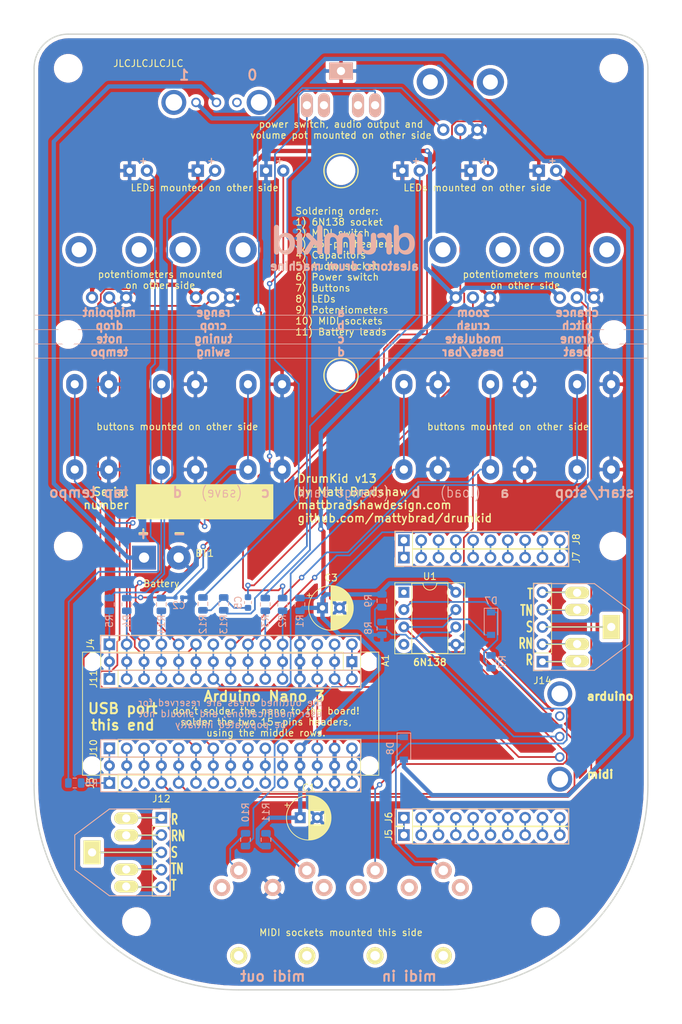
<source format=kicad_pcb>
(kicad_pcb (version 20171130) (host pcbnew "(5.1.5)-3")
  (layers (0 F.Cu signal) (31 B.Cu signal) (34 B.Paste user) (35 F.Paste user) (36 B.SilkS user) (37 F.SilkS user) (38 B.Mask user) (39 F.Mask user) (44 Edge.Cuts user))
  (net 0 "")
  (net 1 GND)
  (net 2 "Net-(J9-PadRN)")
  (net 3 "Net-(J9-PadTN)")
  (net 4 /ANALOG_3)
  (net 5 /ANALOG_1)
  (net 6 /ANALOG_2)
  (net 7 "Net-(R9-Pad2)")
  (net 8 /ANALOG_0)
  (net 9 "Net-(BT1-Pad1)")
  (net 10 "Net-(D5-Pad2)")
  (net 11 /DIGITAL_5)
  (net 12 "Net-(D6-Pad2)")
  (net 13 /DIGITAL_6)
  (net 14 /DIGITAL_9)
  (net 15 /DIGITAL_2)
  (net 16 "Net-(D2-Pad2)")
  (net 17 "Net-(D3-Pad2)")
  (net 18 /DIGITAL_3)
  (net 19 /DIGITAL_4)
  (net 20 "Net-(D4-Pad2)")
  (net 21 /DIGITAL_0)
  (net 22 /DIGITAL_10)
  (net 23 /DIGITAL_1)
  (net 24 /DIGITAL_11)
  (net 25 /DIGITAL_12)
  (net 26 /DIGITAL_13)
  (net 27 /DIGITAL_7)
  (net 28 /ANALOG_4)
  (net 29 /DIGITAL_8)
  (net 30 /ANALOG_5)
  (net 31 "Net-(J2-Pad4)")
  (net 32 "Net-(U1-Pad1)")
  (net 33 "Net-(D1-Pad2)")
  (net 34 "Net-(U1-Pad4)")
  (net 35 "Net-(J2-Pad1)")
  (net 36 "Net-(J2-Pad3)")
  (net 37 "Net-(D7-Pad2)")
  (net 38 "Net-(J9-PadR)")
  (net 39 VCC)
  (net 40 "Net-(J2-Pad5)")
  (net 41 "Net-(R8-Pad2)")
  (net 42 "Net-(J1-Pad4)")
  (net 43 "Net-(D7-Pad1)")
  (net 44 "Net-(J1-Pad1)")
  (net 45 "Net-(J1-Pad2)")
  (net 46 "Net-(J1-Pad3)")
  (net 47 "Net-(SW8-Pad3)")
  (net 48 /3V3)
  (net 49 /AREF)
  (net 50 /RESET)
  (net 51 /ANALOG_6)
  (net 52 /ANALOG_7)
  (net 53 +9V)
  (net 54 "Net-(D8-Pad2)")
  (net 55 "Net-(SW7-Pad3)")
  (net 56 "Net-(C5-Pad2)")
  (net 57 "Net-(C5-Pad1)")
  (net 58 "Net-(J9-PadT)")
  (net 59 "Net-(C2-Pad1)")
  (net 60 "Net-(J5-Pad10)")
  (net 61 "Net-(J5-Pad9)")
  (net 62 "Net-(J5-Pad8)")
  (net 63 "Net-(J5-Pad7)")
  (net 64 "Net-(J5-Pad6)")
  (net 65 "Net-(J5-Pad5)")
  (net 66 "Net-(J5-Pad4)")
  (net 67 "Net-(J5-Pad3)")
  (net 68 "Net-(J5-Pad2)")
  (net 69 "Net-(J5-Pad1)")
  (net 70 "Net-(J7-Pad10)")
  (net 71 "Net-(J7-Pad9)")
  (net 72 "Net-(J7-Pad8)")
  (net 73 "Net-(J7-Pad7)")
  (net 74 "Net-(J7-Pad6)")
  (net 75 "Net-(J7-Pad5)")
  (net 76 "Net-(J7-Pad4)")
  (net 77 "Net-(J7-Pad3)")
  (net 78 "Net-(J7-Pad2)")
  (net 79 "Net-(J7-Pad1)")
  (net 80 "Net-(J12-Pad5)")
  (net 81 "Net-(J12-Pad4)")
  (net 82 "Net-(J12-Pad3)")
  (net 83 "Net-(J12-Pad2)")
  (net 84 "Net-(J12-Pad1)")
  (net 85 "Net-(J14-Pad5)")
  (net 86 "Net-(J14-Pad4)")
  (net 87 "Net-(J14-Pad3)")
  (net 88 "Net-(J14-Pad2)")
  (net 89 "Net-(J14-Pad1)")
  (module Package_DIP:DIP-8_W7.62mm_Socket (layer F.Cu) (at 109.22 111.76)
    (fp_text reference U1 (at 3.81 -2.33) (layer F.SilkS))
    (fp_text value 6N138)
    (pad 1 thru_hole rect (at 0 0) (size 1.6 1.6) (drill 0.8) (layers *.Cu *.Mask) (net 32 "Net-(U1-Pad1)"))
    (pad 5 thru_hole oval (at 7.62 7.62) (size 1.6 1.6) (drill 0.8) (layers *.Cu *.Mask) (net 1 GND))
    (pad 2 thru_hole oval (at 0 2.54) (size 1.6 1.6) (drill 0.8) (layers *.Cu *.Mask) (net 43 "Net-(D7-Pad1)"))
    (pad 6 thru_hole oval (at 7.62 5.08) (size 1.6 1.6) (drill 0.8) (layers *.Cu *.Mask) (net 7 "Net-(R9-Pad2)"))
    (pad 3 thru_hole oval (at 0 5.08) (size 1.6 1.6) (drill 0.8) (layers *.Cu *.Mask) (net 37 "Net-(D7-Pad2)"))
    (pad 7 thru_hole oval (at 7.62 2.54) (size 1.6 1.6) (drill 0.8) (layers *.Cu *.Mask) (net 41 "Net-(R8-Pad2)"))
    (pad 4 thru_hole oval (at 0 7.62) (size 1.6 1.6) (drill 0.8) (layers *.Cu *.Mask) (net 34 "Net-(U1-Pad4)"))
    (pad 8 thru_hole oval (at 7.62 0) (size 1.6 1.6) (drill 0.8) (layers *.Cu *.Mask) (net 39 VCC))
  )
  (module drumkidcustom:SW_PUSH-12mm_Wuerth-430476085716 (layer B.Cu) (at 60.96 81.28 270)
    (fp_text reference SW6)
    (fp_text value SW_Push)
    (pad 2 thru_hole oval (at 0 -5 270) (size 3 2.5) (drill 1.2) (layers *.Cu *.Mask) (net 1 GND))
    (pad 1 thru_hole oval (at 0 0 270) (size 3 2.5) (drill 1.2) (layers *.Cu *.Mask) (net 22 /DIGITAL_10))
    (pad 2 thru_hole oval (at 12.5 -5 270) (size 3 2.5) (drill 1.2) (layers *.Cu *.Mask) (net 1 GND))
    (pad 1 thru_hole oval (at 12.5 0 270) (size 3 2.5) (drill 1.2) (layers *.Cu *.Mask) (net 22 /DIGITAL_10))
  )
  (module drumkidcustom:SW_PUSH-12mm_Wuerth-430476085716 (layer B.Cu) (at 73.66 81.28 270)
    (fp_text reference SW5)
    (fp_text value SW_Push)
    (pad 2 thru_hole oval (at 0 -5 270) (size 3 2.5) (drill 1.2) (layers *.Cu *.Mask) (net 1 GND))
    (pad 1 thru_hole oval (at 0 0 270) (size 3 2.5) (drill 1.2) (layers *.Cu *.Mask) (net 29 /DIGITAL_8))
    (pad 2 thru_hole oval (at 12.5 -5 270) (size 3 2.5) (drill 1.2) (layers *.Cu *.Mask) (net 1 GND))
    (pad 1 thru_hole oval (at 12.5 0 270) (size 3 2.5) (drill 1.2) (layers *.Cu *.Mask) (net 29 /DIGITAL_8))
  )
  (module drumkidcustom:SW_PUSH-12mm_Wuerth-430476085716 (layer B.Cu) (at 86.36 81.28 270)
    (fp_text reference SW4)
    (fp_text value SW_Push)
    (pad 2 thru_hole oval (at 0 -5 270) (size 3 2.5) (drill 1.2) (layers *.Cu *.Mask) (net 1 GND))
    (pad 1 thru_hole oval (at 0 0 270) (size 3 2.5) (drill 1.2) (layers *.Cu *.Mask) (net 27 /DIGITAL_7))
    (pad 2 thru_hole oval (at 12.5 -5 270) (size 3 2.5) (drill 1.2) (layers *.Cu *.Mask) (net 1 GND))
    (pad 1 thru_hole oval (at 12.5 0 270) (size 3 2.5) (drill 1.2) (layers *.Cu *.Mask) (net 27 /DIGITAL_7))
  )
  (module drumkidcustom:SW_PUSH-12mm_Wuerth-430476085716 (layer B.Cu) (at 109.22 81.28 270)
    (fp_text reference SW3)
    (fp_text value SW_Push)
    (pad 2 thru_hole oval (at 0 -5 270) (size 3 2.5) (drill 1.2) (layers *.Cu *.Mask) (net 1 GND))
    (pad 1 thru_hole oval (at 0 0 270) (size 3 2.5) (drill 1.2) (layers *.Cu *.Mask) (net 13 /DIGITAL_6))
    (pad 2 thru_hole oval (at 12.5 -5 270) (size 3 2.5) (drill 1.2) (layers *.Cu *.Mask) (net 1 GND))
    (pad 1 thru_hole oval (at 12.5 0 270) (size 3 2.5) (drill 1.2) (layers *.Cu *.Mask) (net 13 /DIGITAL_6))
  )
  (module drumkidcustom:SW_PUSH-12mm_Wuerth-430476085716 (layer B.Cu) (at 121.92 81.28 270)
    (fp_text reference SW2)
    (fp_text value SW_Push)
    (pad 2 thru_hole oval (at 0 -5 270) (size 3 2.5) (drill 1.2) (layers *.Cu *.Mask) (net 1 GND))
    (pad 1 thru_hole oval (at 0 0 270) (size 3 2.5) (drill 1.2) (layers *.Cu *.Mask) (net 11 /DIGITAL_5))
    (pad 2 thru_hole oval (at 12.5 -5 270) (size 3 2.5) (drill 1.2) (layers *.Cu *.Mask) (net 1 GND))
    (pad 1 thru_hole oval (at 12.5 0 270) (size 3 2.5) (drill 1.2) (layers *.Cu *.Mask) (net 11 /DIGITAL_5))
  )
  (module drumkidcustom:SW_PUSH-12mm_Wuerth-430476085716 (layer B.Cu) (at 134.62 81.28 270)
    (fp_text reference SW1)
    (fp_text value SW_Push)
    (pad 2 thru_hole oval (at 0 -5 270) (size 3 2.5) (drill 1.2) (layers *.Cu *.Mask) (net 1 GND))
    (pad 1 thru_hole oval (at 0 0 270) (size 3 2.5) (drill 1.2) (layers *.Cu *.Mask) (net 19 /DIGITAL_4))
    (pad 2 thru_hole oval (at 12.5 -5 270) (size 3 2.5) (drill 1.2) (layers *.Cu *.Mask) (net 1 GND))
    (pad 1 thru_hole oval (at 12.5 0 270) (size 3 2.5) (drill 1.2) (layers *.Cu *.Mask) (net 19 /DIGITAL_4))
  )
  (module Capacitor_THT:CP_Radial_D6.3mm_P2.50mm (layer F.Cu) (at 97.282 114.046)
    (fp_text reference C3 (at 1.25 -4.4) (layer F.SilkS))
    (fp_text value 470uF)
    (pad 2 thru_hole circle (at 2.5 0) (size 1.6 1.6) (drill 0.8) (layers *.Cu *.Mask) (net 1 GND))
    (pad 1 thru_hole rect (at 0 0) (size 1.6 1.6) (drill 0.8) (layers *.Cu *.Mask) (net 39 VCC))
  )
  (module Capacitor_THT:CP_Radial_D6.3mm_P2.50mm (layer F.Cu) (at 94.02 144.78)
    (fp_text reference C1 (at 1.25 -4.4) (layer F.SilkS))
    (fp_text value 470uF)
    (pad 2 thru_hole circle (at 2.5 0) (size 1.6 1.6) (drill 0.8) (layers *.Cu *.Mask) (net 1 GND))
    (pad 1 thru_hole rect (at 0 0) (size 1.6 1.6) (drill 0.8) (layers *.Cu *.Mask) (net 39 VCC))
  )
  (module Resistor_SMD:R_0805_2012Metric (layer B.Cu) (at 73.66 113.538 270)
    (fp_text reference R14 (at 2.95 0 270) (layer B.SilkS) (effects (justify mirror)))
    (fp_text value 270)
    (pad 2 smd roundrect (at 0.9375 0 270) (size 0.975 1.4) (layers B.Cu B.Paste B.Mask) (net 14 /DIGITAL_9))
    (pad 1 smd roundrect (at -0.9375 0 270) (size 0.975 1.4) (layers B.Cu B.Paste B.Mask) (net 59 "Net-(C2-Pad1)"))
  )
  (module Resistor_SMD:R_0805_2012Metric (layer B.Cu) (at 82.804 113.4595 90)
    (fp_text reference R13 (at -3 0 270) (layer B.SilkS) (effects (justify mirror)))
    (fp_text value 220)
    (pad 2 smd roundrect (at 0.9375 0 90) (size 0.975 1.4) (layers B.Cu B.Paste B.Mask) (net 56 "Net-(C5-Pad2)"))
    (pad 1 smd roundrect (at -0.9375 0 90) (size 0.975 1.4) (layers B.Cu B.Paste B.Mask) (net 38 "Net-(J9-PadR)"))
  )
  (module Resistor_SMD:R_0805_2012Metric (layer B.Cu) (at 79.756 113.4595 270)
    (fp_text reference R12 (at 3 0 270) (layer B.SilkS) (effects (justify mirror)))
    (fp_text value 220)
    (pad 2 smd roundrect (at 0.9375 0 270) (size 0.975 1.4) (layers B.Cu B.Paste B.Mask) (net 56 "Net-(C5-Pad2)"))
    (pad 1 smd roundrect (at -0.9375 0 270) (size 0.975 1.4) (layers B.Cu B.Paste B.Mask) (net 58 "Net-(J9-PadT)"))
  )
  (module Resistor_SMD:R_0805_2012Metric (layer B.Cu) (at 89 148 270)
    (fp_text reference R11 (at -4 0 270) (layer B.SilkS) (effects (justify mirror)))
    (fp_text value 220)
    (pad 2 smd roundrect (at 0.9375 0 270) (size 0.975 1.4) (layers B.Cu B.Paste B.Mask) (net 39 VCC))
    (pad 1 smd roundrect (at -0.9375 0 270) (size 0.975 1.4) (layers B.Cu B.Paste B.Mask) (net 31 "Net-(J2-Pad4)"))
  )
  (module Resistor_SMD:R_0805_2012Metric (layer B.Cu) (at 86 148 270)
    (fp_text reference R10 (at -4 0 270) (layer B.SilkS) (effects (justify mirror)))
    (fp_text value 220)
    (pad 2 smd roundrect (at 0.9375 0 270) (size 0.975 1.4) (layers B.Cu B.Paste B.Mask) (net 23 /DIGITAL_1))
    (pad 1 smd roundrect (at -0.9375 0 270) (size 0.975 1.4) (layers B.Cu B.Paste B.Mask) (net 40 "Net-(J2-Pad5)"))
  )
  (module Resistor_SMD:R_0805_2012Metric (layer B.Cu) (at 106 113 270)
    (fp_text reference R9 (at 0 2 270) (layer B.SilkS) (effects (justify mirror)))
    (fp_text value 470)
    (pad 2 smd roundrect (at 0.9375 0 270) (size 0.975 1.4) (layers B.Cu B.Paste B.Mask) (net 7 "Net-(R9-Pad2)"))
    (pad 1 smd roundrect (at -0.9375 0 270) (size 0.975 1.4) (layers B.Cu B.Paste B.Mask) (net 39 VCC))
  )
  (module Resistor_SMD:R_0805_2012Metric (layer B.Cu) (at 106 117.0625 90)
    (fp_text reference R8 (at 0.0625 -2 90) (layer B.SilkS) (effects (justify mirror)))
    (fp_text value 10k)
    (pad 2 smd roundrect (at 0.9375 0 90) (size 0.975 1.4) (layers B.Cu B.Paste B.Mask) (net 41 "Net-(R8-Pad2)"))
    (pad 1 smd roundrect (at -0.9375 0 90) (size 0.975 1.4) (layers B.Cu B.Paste B.Mask) (net 1 GND))
  )
  (module Resistor_SMD:R_0805_2012Metric (layer B.Cu) (at 122 121.9375 90)
    (fp_text reference R7 (at 0 1.65 -90) (layer B.SilkS) (effects (justify mirror)))
    (fp_text value 220)
    (pad 2 smd roundrect (at 0.9375 0 90) (size 0.975 1.4) (layers B.Cu B.Paste B.Mask) (net 42 "Net-(J1-Pad4)"))
    (pad 1 smd roundrect (at -0.9375 0 90) (size 0.975 1.4) (layers B.Cu B.Paste B.Mask) (net 43 "Net-(D7-Pad1)"))
  )
  (module Resistor_SMD:R_0805_2012Metric (layer B.Cu) (at 60.96 139.7)
    (fp_text reference R6 (at 2.442 0 180) (layer B.SilkS) (effects (justify mirror)))
    (fp_text value 680)
    (pad 2 smd roundrect (at 0.9375 0) (size 0.975 1.4) (layers B.Cu B.Paste B.Mask) (net 26 /DIGITAL_13))
    (pad 1 smd roundrect (at -0.9375 0) (size 0.975 1.4) (layers B.Cu B.Paste B.Mask) (net 12 "Net-(D6-Pad2)"))
  )
  (module Resistor_SMD:R_0805_2012Metric (layer B.Cu) (at 66.04 113.538 270)
    (fp_text reference R5 (at 2.442 0 270) (layer B.SilkS) (effects (justify mirror)))
    (fp_text value 680)
    (pad 2 smd roundrect (at 0.9375 0 270) (size 0.975 1.4) (layers B.Cu B.Paste B.Mask) (net 25 /DIGITAL_12))
    (pad 1 smd roundrect (at -0.9375 0 270) (size 0.975 1.4) (layers B.Cu B.Paste B.Mask) (net 10 "Net-(D5-Pad2)"))
  )
  (module Resistor_SMD:R_0805_2012Metric (layer B.Cu) (at 68.58 113.538 270)
    (fp_text reference R4 (at 2.442 0 270) (layer B.SilkS) (effects (justify mirror)))
    (fp_text value 680)
    (pad 2 smd roundrect (at 0.9375 0 270) (size 0.975 1.4) (layers B.Cu B.Paste B.Mask) (net 24 /DIGITAL_11))
    (pad 1 smd roundrect (at -0.9375 0 270) (size 0.975 1.4) (layers B.Cu B.Paste B.Mask) (net 20 "Net-(D4-Pad2)"))
  )
  (module Resistor_SMD:R_0805_2012Metric (layer B.Cu) (at 88.9 113.538 270)
    (fp_text reference R3 (at 2.442 0 270) (layer B.SilkS) (effects (justify mirror)))
    (fp_text value 680)
    (pad 2 smd roundrect (at 0.9375 0 270) (size 0.975 1.4) (layers B.Cu B.Paste B.Mask) (net 18 /DIGITAL_3))
    (pad 1 smd roundrect (at -0.9375 0 270) (size 0.975 1.4) (layers B.Cu B.Paste B.Mask) (net 17 "Net-(D3-Pad2)"))
  )
  (module Resistor_SMD:R_0805_2012Metric (layer B.Cu) (at 91.44 113.538 270)
    (fp_text reference R2 (at 2.442 0.032 270) (layer B.SilkS) (effects (justify mirror)))
    (fp_text value 680)
    (pad 2 smd roundrect (at 0.9375 0 270) (size 0.975 1.4) (layers B.Cu B.Paste B.Mask) (net 15 /DIGITAL_2))
    (pad 1 smd roundrect (at -0.9375 0 270) (size 0.975 1.4) (layers B.Cu B.Paste B.Mask) (net 16 "Net-(D2-Pad2)"))
  )
  (module Resistor_SMD:R_0805_2012Metric (layer B.Cu) (at 93.98 113.538 270)
    (fp_text reference R1 (at 2.442 0 270) (layer B.SilkS) (effects (justify mirror)))
    (fp_text value 680)
    (pad 2 smd roundrect (at 0.9375 0 270) (size 0.975 1.4) (layers B.Cu B.Paste B.Mask) (net 39 VCC))
    (pad 1 smd roundrect (at -0.9375 0 270) (size 0.975 1.4) (layers B.Cu B.Paste B.Mask) (net 33 "Net-(D1-Pad2)"))
  )
  (module Diode_SMD:D_SOD-123 (layer B.Cu) (at 109.22 134.62 270)
    (fp_text reference D8 (at 0 2 270) (layer B.SilkS) (effects (justify mirror)))
    (fp_text value 1N5817)
    (pad 2 smd rect (at 1.65 0 270) (size 0.9 1.2) (layers B.Cu B.Paste B.Mask) (net 54 "Net-(D8-Pad2)"))
    (pad 1 smd rect (at -1.65 0 270) (size 0.9 1.2) (layers B.Cu B.Paste B.Mask) (net 39 VCC))
  )
  (module Diode_SMD:D_SOD-123 (layer B.Cu) (at 122 116.35 270)
    (fp_text reference D7 (at -3.35 0) (layer B.SilkS) (effects (justify mirror)))
    (fp_text value 1N4148)
    (pad 2 smd rect (at 1.65 0 270) (size 0.9 1.2) (layers B.Cu B.Paste B.Mask) (net 37 "Net-(D7-Pad2)"))
    (pad 1 smd rect (at -1.65 0 270) (size 0.9 1.2) (layers B.Cu B.Paste B.Mask) (net 43 "Net-(D7-Pad1)"))
  )
  (module Capacitor_SMD:C_0603_1608Metric (layer B.Cu) (at 86.36 113.2585 270)
    (fp_text reference C5 (at 0 1.43 90) (layer B.SilkS) (effects (justify mirror)))
    (fp_text value 22uF)
    (pad 2 smd roundrect (at 0.7875 0 270) (size 0.875 0.95) (layers B.Cu B.Paste B.Mask) (net 56 "Net-(C5-Pad2)"))
    (pad 1 smd roundrect (at -0.7875 0 270) (size 0.875 0.95) (layers B.Cu B.Paste B.Mask) (net 57 "Net-(C5-Pad1)"))
  )
  (module Capacitor_SMD:C_0402_1005Metric (layer B.Cu) (at 76.223 112.522)
    (fp_text reference C2 (at 0 1.17) (layer B.SilkS) (effects (justify mirror)))
    (fp_text value 100nF)
    (pad 2 smd roundrect (at 0.485 0) (size 0.59 0.64) (layers B.Cu B.Paste B.Mask) (net 1 GND))
    (pad 1 smd roundrect (at -0.485 0) (size 0.59 0.64) (layers B.Cu B.Paste B.Mask) (net 59 "Net-(C2-Pad1)"))
  )
  (module drumkidcustom:drumkid_logo (layer B.Cu) (at 100.5 59.75 180)
    (fp_text reference U2 hide)
    (fp_text value drumkid_logo hide)
    (fp_poly (pts (xy 7.253381 2.533657) (xy 7.292166 2.530234) (xy 7.32451 2.522774) (xy 7.358222 2.50984) (xy 7.374741 2.502395) (xy 7.445651 2.45954) (xy 7.505572 2.403243) (xy 7.55036 2.33798) (xy 7.569735 2.291796) (xy 7.583067 2.226555) (xy 7.586616 2.152983) (xy 7.580791 2.079178) (xy 7.566004 2.013237) (xy 7.554075 1.982998) (xy 7.507131 1.910713) (xy 7.44373 1.851572) (xy 7.366372 1.807387) (xy 7.277557 1.779969) (xy 7.272419 1.778988) (xy 7.232602 1.772041) (xy 7.203667 1.769075) (xy 7.176182 1.770064) (xy 7.140715 1.774979) (xy 7.119184 1.778541) (xy 7.035434 1.802626) (xy 6.958924 1.844013) (xy 6.893847 1.89968) (xy 6.844395 1.966605) (xy 6.835915 1.982771) (xy 6.822997 2.012691) (xy 6.814926 2.042427) (xy 6.810604 2.078673) (xy 6.808929 2.128124) (xy 6.808773 2.147957) (xy 6.809194 2.20137) (xy 6.811799 2.239623) (xy 6.817791 2.269622) (xy 6.828375 2.298273) (xy 6.8389 2.320694) (xy 6.884642 2.390565) (xy 6.947317 2.451826) (xy 7.022149 2.499934) (xy 7.032762 2.505099) (xy 7.066778 2.519577) (xy 7.098155 2.528412) (xy 7.1344 2.532921) (xy 7.183025 2.534419) (xy 7.200348 2.534479) (xy 7.253381 2.533657)) (layer B.Cu) (width 0.01))
    (fp_poly (pts (xy 6.011188 2.533848) (xy 6.0494 2.531092) (xy 6.079643 2.524915) (xy 6.108969 2.514018) (xy 6.134511 2.502015) (xy 6.212931 2.454232) (xy 6.272181 2.396617) (xy 6.313154 2.327706) (xy 6.336744 2.246034) (xy 6.34386 2.159) (xy 6.33934 2.077423) (xy 6.32344 2.010215) (xy 6.293985 1.951668) (xy 6.248803 1.896074) (xy 6.240477 1.887579) (xy 6.168491 1.830698) (xy 6.086207 1.792618) (xy 5.995997 1.774052) (xy 5.900232 1.775709) (xy 5.877997 1.77897) (xy 5.80012 1.800799) (xy 5.72757 1.837198) (xy 5.665078 1.884905) (xy 5.617374 1.940657) (xy 5.600716 1.970171) (xy 5.573734 2.049627) (xy 5.562406 2.135612) (xy 5.566734 2.221711) (xy 5.586717 2.301507) (xy 5.600673 2.333369) (xy 5.634777 2.383302) (xy 5.684057 2.4334) (xy 5.742383 2.478017) (xy 5.784238 2.502423) (xy 5.816058 2.517472) (xy 5.843981 2.526928) (xy 5.874903 2.532062) (xy 5.91572 2.534149) (xy 5.957957 2.534479) (xy 6.011188 2.533848)) (layer B.Cu) (width 0.01))
    (fp_poly (pts (xy 6.670269 1.908796) (xy 6.699273 1.900982) (xy 6.78739 1.863868) (xy 6.858459 1.812843) (xy 6.912076 1.748515) (xy 6.947839 1.671496) (xy 6.965342 1.582392) (xy 6.965685 1.499304) (xy 6.949101 1.411357) (xy 6.913786 1.331958) (xy 6.861796 1.26387) (xy 6.795188 1.209855) (xy 6.724799 1.175685) (xy 6.669011 1.161862) (xy 6.602407 1.154313) (xy 6.535541 1.153728) (xy 6.483073 1.159889) (xy 6.398354 1.187818) (xy 6.323714 1.23262) (xy 6.262282 1.291725) (xy 6.217185 1.362564) (xy 6.206878 1.386854) (xy 6.18975 1.454923) (xy 6.184334 1.531271) (xy 6.190309 1.607998) (xy 6.207349 1.677205) (xy 6.219989 1.706661) (xy 6.269398 1.779604) (xy 6.333621 1.838694) (xy 6.409237 1.882543) (xy 6.49283 1.909768) (xy 6.58098 1.918981) (xy 6.670269 1.908796)) (layer B.Cu) (width 0.01))
    (fp_poly (pts (xy 7.200348 1.295919) (xy 7.298538 1.285859) (xy 7.38484 1.257859) (xy 7.458448 1.212297) (xy 7.518551 1.149553) (xy 7.521526 1.145503) (xy 7.559479 1.075724) (xy 7.581318 0.996834) (xy 7.587462 0.913389) (xy 7.578329 0.829942) (xy 7.554335 0.751048) (xy 7.5159 0.681261) (xy 7.474671 0.63472) (xy 7.401777 0.583239) (xy 7.318369 0.548968) (xy 7.228732 0.532724) (xy 7.137152 0.535322) (xy 7.055452 0.554853) (xy 6.969425 0.594811) (xy 6.901096 0.647933) (xy 6.850701 0.713855) (xy 6.818476 0.792218) (xy 6.804657 0.88266) (xy 6.805051 0.938545) (xy 6.820119 1.029292) (xy 6.854122 1.108683) (xy 6.906995 1.176627) (xy 6.978674 1.233031) (xy 7.032479 1.262143) (xy 7.073123 1.279886) (xy 7.106903 1.29022) (xy 7.142923 1.294978) (xy 7.190286 1.29599) (xy 7.200348 1.295919)) (layer B.Cu) (width 0.01))
    (fp_poly (pts (xy 6.064518 1.285522) (xy 6.147938 1.253561) (xy 6.22451 1.202703) (xy 6.249578 1.179961) (xy 6.297665 1.118814) (xy 6.328415 1.046196) (xy 6.342439 0.960463) (xy 6.343507 0.927653) (xy 6.342058 0.877635) (xy 6.337908 0.830169) (xy 6.331886 0.79411) (xy 6.330503 0.788956) (xy 6.297309 0.71442) (xy 6.246988 0.650372) (xy 6.182627 0.598396) (xy 6.107312 0.560082) (xy 6.024132 0.537015) (xy 5.936172 0.530782) (xy 5.850238 0.542077) (xy 5.774971 0.569302) (xy 5.705435 0.612279) (xy 5.646091 0.667154) (xy 5.6014 0.730072) (xy 5.582275 0.7736) (xy 5.56706 0.843584) (xy 5.562922 0.921986) (xy 5.569886 0.998663) (xy 5.581585 1.046498) (xy 5.608691 1.102666) (xy 5.651621 1.160029) (xy 5.655853 1.164726) (xy 5.725876 1.226027) (xy 5.80493 1.268838) (xy 5.889838 1.293079) (xy 5.977426 1.298667) (xy 6.064518 1.285522)) (layer B.Cu) (width 0.01))
  )
  (module Connector_PinHeader_2.54mm:PinHeader_1x15_P2.54mm_Vertical (layer F.Cu) (at 66.04 124.46 90)
    (fp_text reference J11 (at 0 -2.33 90) (layer F.SilkS))
    (fp_text value Conn_01x15)
    (pad 15 thru_hole oval (at 0 35.56 90) (size 1.7 1.7) (drill 1) (layers *.Cu *.Mask) (net 23 /DIGITAL_1))
    (pad 14 thru_hole oval (at 0 33.02 90) (size 1.7 1.7) (drill 1) (layers *.Cu *.Mask) (net 21 /DIGITAL_0))
    (pad 13 thru_hole oval (at 0 30.48 90) (size 1.7 1.7) (drill 1) (layers *.Cu *.Mask) (net 50 /RESET))
    (pad 12 thru_hole oval (at 0 27.94 90) (size 1.7 1.7) (drill 1) (layers *.Cu *.Mask) (net 1 GND))
    (pad 11 thru_hole oval (at 0 25.4 90) (size 1.7 1.7) (drill 1) (layers *.Cu *.Mask) (net 15 /DIGITAL_2))
    (pad 10 thru_hole oval (at 0 22.86 90) (size 1.7 1.7) (drill 1) (layers *.Cu *.Mask) (net 18 /DIGITAL_3))
    (pad 9 thru_hole oval (at 0 20.32 90) (size 1.7 1.7) (drill 1) (layers *.Cu *.Mask) (net 19 /DIGITAL_4))
    (pad 8 thru_hole oval (at 0 17.78 90) (size 1.7 1.7) (drill 1) (layers *.Cu *.Mask) (net 11 /DIGITAL_5))
    (pad 7 thru_hole oval (at 0 15.24 90) (size 1.7 1.7) (drill 1) (layers *.Cu *.Mask) (net 13 /DIGITAL_6))
    (pad 6 thru_hole oval (at 0 12.7 90) (size 1.7 1.7) (drill 1) (layers *.Cu *.Mask) (net 27 /DIGITAL_7))
    (pad 5 thru_hole oval (at 0 10.16 90) (size 1.7 1.7) (drill 1) (layers *.Cu *.Mask) (net 29 /DIGITAL_8))
    (pad 4 thru_hole oval (at 0 7.62 90) (size 1.7 1.7) (drill 1) (layers *.Cu *.Mask) (net 14 /DIGITAL_9))
    (pad 3 thru_hole oval (at 0 5.08 90) (size 1.7 1.7) (drill 1) (layers *.Cu *.Mask) (net 22 /DIGITAL_10))
    (pad 2 thru_hole oval (at 0 2.54 90) (size 1.7 1.7) (drill 1) (layers *.Cu *.Mask) (net 24 /DIGITAL_11))
    (pad 1 thru_hole rect (at 0 0 90) (size 1.7 1.7) (drill 1) (layers *.Cu *.Mask) (net 25 /DIGITAL_12))
  )
  (module Connector_PinHeader_2.54mm:PinHeader_1x15_P2.54mm_Vertical (layer F.Cu) (at 66.04 134.62 90)
    (fp_text reference J10 (at 0 -2.33 90) (layer F.SilkS))
    (fp_text value Conn_01x15)
    (pad 15 thru_hole oval (at 0 35.56 90) (size 1.7 1.7) (drill 1) (layers *.Cu *.Mask) (net 53 +9V))
    (pad 14 thru_hole oval (at 0 33.02 90) (size 1.7 1.7) (drill 1) (layers *.Cu *.Mask) (net 1 GND))
    (pad 13 thru_hole oval (at 0 30.48 90) (size 1.7 1.7) (drill 1) (layers *.Cu *.Mask) (net 50 /RESET))
    (pad 12 thru_hole oval (at 0 27.94 90) (size 1.7 1.7) (drill 1) (layers *.Cu *.Mask) (net 39 VCC))
    (pad 11 thru_hole oval (at 0 25.4 90) (size 1.7 1.7) (drill 1) (layers *.Cu *.Mask) (net 52 /ANALOG_7))
    (pad 10 thru_hole oval (at 0 22.86 90) (size 1.7 1.7) (drill 1) (layers *.Cu *.Mask) (net 51 /ANALOG_6))
    (pad 9 thru_hole oval (at 0 20.32 90) (size 1.7 1.7) (drill 1) (layers *.Cu *.Mask) (net 30 /ANALOG_5))
    (pad 8 thru_hole oval (at 0 17.78 90) (size 1.7 1.7) (drill 1) (layers *.Cu *.Mask) (net 28 /ANALOG_4))
    (pad 7 thru_hole oval (at 0 15.24 90) (size 1.7 1.7) (drill 1) (layers *.Cu *.Mask) (net 4 /ANALOG_3))
    (pad 6 thru_hole oval (at 0 12.7 90) (size 1.7 1.7) (drill 1) (layers *.Cu *.Mask) (net 6 /ANALOG_2))
    (pad 5 thru_hole oval (at 0 10.16 90) (size 1.7 1.7) (drill 1) (layers *.Cu *.Mask) (net 5 /ANALOG_1))
    (pad 4 thru_hole oval (at 0 7.62 90) (size 1.7 1.7) (drill 1) (layers *.Cu *.Mask) (net 8 /ANALOG_0))
    (pad 3 thru_hole oval (at 0 5.08 90) (size 1.7 1.7) (drill 1) (layers *.Cu *.Mask) (net 49 /AREF))
    (pad 2 thru_hole oval (at 0 2.54 90) (size 1.7 1.7) (drill 1) (layers *.Cu *.Mask) (net 48 /3V3))
    (pad 1 thru_hole rect (at 0 0 90) (size 1.7 1.7) (drill 1) (layers *.Cu *.Mask) (net 26 /DIGITAL_13))
  )
  (module Connector_PinHeader_2.54mm:PinHeader_1x10_P2.54mm_Vertical (layer F.Cu) (at 109.22 106.68 90)
    (fp_text reference J7 (at 0 25.28 90) (layer F.SilkS))
    (fp_text value Conn_01x10)
    (pad 10 thru_hole oval (at 0 22.86 90) (size 1.7 1.7) (drill 1) (layers *.Cu *.Mask) (net 70 "Net-(J7-Pad10)"))
    (pad 9 thru_hole oval (at 0 20.32 90) (size 1.7 1.7) (drill 1) (layers *.Cu *.Mask) (net 71 "Net-(J7-Pad9)"))
    (pad 8 thru_hole oval (at 0 17.78 90) (size 1.7 1.7) (drill 1) (layers *.Cu *.Mask) (net 72 "Net-(J7-Pad8)"))
    (pad 7 thru_hole oval (at 0 15.24 90) (size 1.7 1.7) (drill 1) (layers *.Cu *.Mask) (net 73 "Net-(J7-Pad7)"))
    (pad 6 thru_hole oval (at 0 12.7 90) (size 1.7 1.7) (drill 1) (layers *.Cu *.Mask) (net 74 "Net-(J7-Pad6)"))
    (pad 5 thru_hole oval (at 0 10.16 90) (size 1.7 1.7) (drill 1) (layers *.Cu *.Mask) (net 75 "Net-(J7-Pad5)"))
    (pad 4 thru_hole oval (at 0 7.62 90) (size 1.7 1.7) (drill 1) (layers *.Cu *.Mask) (net 76 "Net-(J7-Pad4)"))
    (pad 3 thru_hole oval (at 0 5.08 90) (size 1.7 1.7) (drill 1) (layers *.Cu *.Mask) (net 77 "Net-(J7-Pad3)"))
    (pad 2 thru_hole oval (at 0 2.54 90) (size 1.7 1.7) (drill 1) (layers *.Cu *.Mask) (net 78 "Net-(J7-Pad2)"))
    (pad 1 thru_hole rect (at 0 0 90) (size 1.7 1.7) (drill 1) (layers *.Cu *.Mask) (net 79 "Net-(J7-Pad1)"))
  )
  (module Connector_PinHeader_2.54mm:PinHeader_1x10_P2.54mm_Vertical (layer F.Cu) (at 109.22 144.78 90)
    (fp_text reference J6 (at 0 -2.22 90) (layer F.SilkS))
    (fp_text value Conn_01x10)
    (pad 10 thru_hole oval (at 0 22.86 90) (size 1.7 1.7) (drill 1) (layers *.Cu *.Mask) (net 60 "Net-(J5-Pad10)"))
    (pad 9 thru_hole oval (at 0 20.32 90) (size 1.7 1.7) (drill 1) (layers *.Cu *.Mask) (net 61 "Net-(J5-Pad9)"))
    (pad 8 thru_hole oval (at 0 17.78 90) (size 1.7 1.7) (drill 1) (layers *.Cu *.Mask) (net 62 "Net-(J5-Pad8)"))
    (pad 7 thru_hole oval (at 0 15.24 90) (size 1.7 1.7) (drill 1) (layers *.Cu *.Mask) (net 63 "Net-(J5-Pad7)"))
    (pad 6 thru_hole oval (at 0 12.7 90) (size 1.7 1.7) (drill 1) (layers *.Cu *.Mask) (net 64 "Net-(J5-Pad6)"))
    (pad 5 thru_hole oval (at 0 10.16 90) (size 1.7 1.7) (drill 1) (layers *.Cu *.Mask) (net 65 "Net-(J5-Pad5)"))
    (pad 4 thru_hole oval (at 0 7.62 90) (size 1.7 1.7) (drill 1) (layers *.Cu *.Mask) (net 66 "Net-(J5-Pad4)"))
    (pad 3 thru_hole oval (at 0 5.08 90) (size 1.7 1.7) (drill 1) (layers *.Cu *.Mask) (net 67 "Net-(J5-Pad3)"))
    (pad 2 thru_hole oval (at 0 2.54 90) (size 1.7 1.7) (drill 1) (layers *.Cu *.Mask) (net 68 "Net-(J5-Pad2)"))
    (pad 1 thru_hole rect (at 0 0 90) (size 1.7 1.7) (drill 1) (layers *.Cu *.Mask) (net 69 "Net-(J5-Pad1)"))
  )
  (module drumkidcustom:Tayda_3.5mm_stereo_TRS_jack_A-853 (layer F.Cu) (at 65.096 149.86 90)
    (fp_text reference J13)
    (fp_text value AudioJack3_Ground_Switch)
    (pad R thru_hole oval (at 5 3.41 90) (size 1.75 3.5) (drill 1.2) (layers *.Cu *.Mask F.SilkS) (net 84 "Net-(J12-Pad1)"))
    (pad T thru_hole oval (at -5 3.41 90) (size 1.75 3.5) (drill 1.2) (layers *.Cu *.Mask F.SilkS) (net 80 "Net-(J12-Pad5)"))
    (pad RN thru_hole oval (at 2.5 3.41 90) (size 1.75 3.5) (drill 1.2) (layers *.Cu *.Mask F.SilkS) (net 83 "Net-(J12-Pad2)"))
    (pad TN thru_hole oval (at -2.5 3.41 90) (size 1.75 3.5) (drill 1.2) (layers *.Cu *.Mask F.SilkS) (net 81 "Net-(J12-Pad4)"))
    (pad S thru_hole rect (at 0 -1.596 90) (size 3.5 2.5) (drill 1.2) (layers *.Cu *.Mask F.SilkS) (net 82 "Net-(J12-Pad3)"))
  )
  (module Connector_PinSocket_2.54mm:PinSocket_1x05_P2.54mm_Vertical (layer F.Cu) (at 73.66 144.78)
    (fp_text reference J12 (at 0 -2.77) (layer F.SilkS))
    (fp_text value Conn_01x05)
    (pad 5 thru_hole oval (at 0 10.16) (size 1.7 1.7) (drill 1) (layers *.Cu *.Mask) (net 80 "Net-(J12-Pad5)"))
    (pad 4 thru_hole oval (at 0 7.62) (size 1.7 1.7) (drill 1) (layers *.Cu *.Mask) (net 81 "Net-(J12-Pad4)"))
    (pad 3 thru_hole oval (at 0 5.08) (size 1.7 1.7) (drill 1) (layers *.Cu *.Mask) (net 82 "Net-(J12-Pad3)"))
    (pad 2 thru_hole oval (at 0 2.54) (size 1.7 1.7) (drill 1) (layers *.Cu *.Mask) (net 83 "Net-(J12-Pad2)"))
    (pad 1 thru_hole rect (at 0 0) (size 1.7 1.7) (drill 1) (layers *.Cu *.Mask) (net 84 "Net-(J12-Pad1)"))
  )
  (module drumkidcustom:Tayda_3.5mm_stereo_TRS_jack_A-853 (layer F.Cu) (at 138.03 116.84 270)
    (fp_text reference J15)
    (fp_text value AudioJack3_Ground_Switch)
    (pad R thru_hole oval (at 5 3.41 270) (size 1.75 3.5) (drill 1.2) (layers *.Cu *.Mask F.SilkS) (net 89 "Net-(J14-Pad1)"))
    (pad T thru_hole oval (at -5 3.41 270) (size 1.75 3.5) (drill 1.2) (layers *.Cu *.Mask F.SilkS) (net 85 "Net-(J14-Pad5)"))
    (pad RN thru_hole oval (at 2.5 3.41 270) (size 1.75 3.5) (drill 1.2) (layers *.Cu *.Mask F.SilkS) (net 88 "Net-(J14-Pad2)"))
    (pad TN thru_hole oval (at -2.5 3.41 270) (size 1.75 3.5) (drill 1.2) (layers *.Cu *.Mask F.SilkS) (net 86 "Net-(J14-Pad4)"))
    (pad S thru_hole rect (at 0 -1.596 270) (size 3.5 2.5) (drill 1.2) (layers *.Cu *.Mask F.SilkS) (net 87 "Net-(J14-Pad3)"))
  )
  (module Connector_PinSocket_2.54mm:PinSocket_1x05_P2.54mm_Vertical (layer F.Cu) (at 129.54 121.92 180)
    (fp_text reference J14 (at 0 -2.77) (layer F.SilkS))
    (fp_text value Conn_01x05)
    (pad 5 thru_hole oval (at 0 10.16 180) (size 1.7 1.7) (drill 1) (layers *.Cu *.Mask) (net 85 "Net-(J14-Pad5)"))
    (pad 4 thru_hole oval (at 0 7.62 180) (size 1.7 1.7) (drill 1) (layers *.Cu *.Mask) (net 86 "Net-(J14-Pad4)"))
    (pad 3 thru_hole oval (at 0 5.08 180) (size 1.7 1.7) (drill 1) (layers *.Cu *.Mask) (net 87 "Net-(J14-Pad3)"))
    (pad 2 thru_hole oval (at 0 2.54 180) (size 1.7 1.7) (drill 1) (layers *.Cu *.Mask) (net 88 "Net-(J14-Pad2)"))
    (pad 1 thru_hole rect (at 0 0 180) (size 1.7 1.7) (drill 1) (layers *.Cu *.Mask) (net 89 "Net-(J14-Pad1)"))
  )
  (module drumkidcustom:EG1206 (layer F.Cu) (at 132.08 135.89 90)
    (fp_text reference SW8)
    (fp_text value SW_SPDT hide)
    (pad MH2 thru_hole circle (at 9.25 0 90) (size 3.653 3.653) (drill 2.4352) (layers *.Cu *.Mask))
    (pad MH1 thru_hole circle (at -3.25 0 90) (size 3.653 3.653) (drill 2.4352) (layers *.Cu *.Mask))
    (pad 3 thru_hole circle (at 6 0 90) (size 1.4 1.4) (drill 0.9) (layers *.Cu *.Mask) (net 47 "Net-(SW8-Pad3)"))
    (pad 2 thru_hole circle (at 3 0 90) (size 1.4 1.4) (drill 0.9) (layers *.Cu *.Mask) (net 7 "Net-(R9-Pad2)"))
    (pad 1 thru_hole circle (at 0 0 90) (size 1.4 1.4) (drill 0.9) (layers *.Cu *.Mask) (net 21 /DIGITAL_0))
  )
  (module drumkidcustom:MountingHole_3.2mm_M3 (layer B.Cu) (at 60 74)
    (fp_text reference H9)
    (fp_text value MountingHole)
    (pad 1 np_thru_hole circle (at 0 0) (size 3.2 3.2) (drill 3.2) (layers *.Cu *.Mask))
  )
  (module drumkidcustom:MountingHole_3.2mm_M3 (layer B.Cu) (at 140 74)
    (fp_text reference H10)
    (fp_text value MountingHole)
    (pad 1 np_thru_hole circle (at 0 0) (size 3.2 3.2) (drill 3.2) (layers *.Cu *.Mask))
  )
  (module drumkidcustom:LED_D5.0mm (layer B.Cu) (at 129 50)
    (fp_text reference D1)
    (fp_text value LED)
    (pad 1 thru_hole rect (at 0 0) (size 1.8 1.8) (drill 0.9) (layers *.Cu *.Mask) (net 1 GND))
    (pad 2 thru_hole circle (at 2.54 0) (size 1.8 1.8) (drill 0.9) (layers *.Cu *.Mask) (net 33 "Net-(D1-Pad2)"))
  )
  (module drumkidcustom:LED_D5.0mm (layer B.Cu) (at 69 50)
    (fp_text reference D6)
    (fp_text value LED)
    (pad 1 thru_hole rect (at 0 0) (size 1.8 1.8) (drill 0.9) (layers *.Cu *.Mask) (net 1 GND))
    (pad 2 thru_hole circle (at 2.54 0) (size 1.8 1.8) (drill 0.9) (layers *.Cu *.Mask) (net 12 "Net-(D6-Pad2)"))
  )
  (module drumkidcustom:MountingHole_3.2mm_M3 (layer F.Cu) (at 130 160)
    (fp_text reference H4)
    (fp_text value MountingHole)
    (pad 1 np_thru_hole circle (at 0 0) (size 3.2 3.2) (drill 3.2) (layers *.Cu *.Mask))
  )
  (module drumkidcustom:LED_D5.0mm (layer B.Cu) (at 119 50)
    (fp_text reference D2)
    (fp_text value LED)
    (pad 1 thru_hole rect (at 0 0) (size 1.8 1.8) (drill 0.9) (layers *.Cu *.Mask) (net 1 GND))
    (pad 2 thru_hole circle (at 2.54 0) (size 1.8 1.8) (drill 0.9) (layers *.Cu *.Mask) (net 16 "Net-(D2-Pad2)"))
  )
  (module Connector_PinSocket_2.54mm:PinSocket_1x15_P2.54mm_Vertical (layer F.Cu) (at 66.04 139.7 90)
    (fp_text reference J3 (at 0 -2.77 90) (layer F.SilkS))
    (fp_text value Conn_01x15)
    (pad 15 thru_hole oval (at 0 35.56 90) (size 1.7 1.7) (drill 1) (layers *.Cu *.Mask) (net 53 +9V))
    (pad 14 thru_hole oval (at 0 33.02 90) (size 1.7 1.7) (drill 1) (layers *.Cu *.Mask) (net 1 GND))
    (pad 13 thru_hole oval (at 0 30.48 90) (size 1.7 1.7) (drill 1) (layers *.Cu *.Mask) (net 50 /RESET))
    (pad 12 thru_hole oval (at 0 27.94 90) (size 1.7 1.7) (drill 1) (layers *.Cu *.Mask) (net 39 VCC))
    (pad 11 thru_hole oval (at 0 25.4 90) (size 1.7 1.7) (drill 1) (layers *.Cu *.Mask) (net 52 /ANALOG_7))
    (pad 10 thru_hole oval (at 0 22.86 90) (size 1.7 1.7) (drill 1) (layers *.Cu *.Mask) (net 51 /ANALOG_6))
    (pad 9 thru_hole oval (at 0 20.32 90) (size 1.7 1.7) (drill 1) (layers *.Cu *.Mask) (net 30 /ANALOG_5))
    (pad 8 thru_hole oval (at 0 17.78 90) (size 1.7 1.7) (drill 1) (layers *.Cu *.Mask) (net 28 /ANALOG_4))
    (pad 7 thru_hole oval (at 0 15.24 90) (size 1.7 1.7) (drill 1) (layers *.Cu *.Mask) (net 4 /ANALOG_3))
    (pad 6 thru_hole oval (at 0 12.7 90) (size 1.7 1.7) (drill 1) (layers *.Cu *.Mask) (net 6 /ANALOG_2))
    (pad 5 thru_hole oval (at 0 10.16 90) (size 1.7 1.7) (drill 1) (layers *.Cu *.Mask) (net 5 /ANALOG_1))
    (pad 4 thru_hole oval (at 0 7.62 90) (size 1.7 1.7) (drill 1) (layers *.Cu *.Mask) (net 8 /ANALOG_0))
    (pad 3 thru_hole oval (at 0 5.08 90) (size 1.7 1.7) (drill 1) (layers *.Cu *.Mask) (net 49 /AREF))
    (pad 2 thru_hole oval (at 0 2.54 90) (size 1.7 1.7) (drill 1) (layers *.Cu *.Mask) (net 48 /3V3))
    (pad 1 thru_hole rect (at 0 0 90) (size 1.7 1.7) (drill 1) (layers *.Cu *.Mask) (net 26 /DIGITAL_13))
  )
  (module drumkidcustom:LED_D5.0mm (layer B.Cu) (at 89 50)
    (fp_text reference D4)
    (fp_text value LED)
    (pad 2 thru_hole circle (at 2.54 0) (size 1.8 1.8) (drill 0.9) (layers *.Cu *.Mask) (net 20 "Net-(D4-Pad2)"))
    (pad 1 thru_hole rect (at 0 0) (size 1.8 1.8) (drill 0.9) (layers *.Cu *.Mask) (net 1 GND))
  )
  (module drumkidcustom:LED_D5.0mm (layer B.Cu) (at 109 50)
    (fp_text reference D3)
    (fp_text value LED)
    (pad 2 thru_hole circle (at 2.54 0) (size 1.8 1.8) (drill 0.9) (layers *.Cu *.Mask) (net 17 "Net-(D3-Pad2)"))
    (pad 1 thru_hole rect (at 0 0) (size 1.8 1.8) (drill 0.9) (layers *.Cu *.Mask) (net 1 GND))
  )
  (module Module:Arduino_Nano_WithMountingHoles (layer F.Cu) (at 101.6 121.92 270)
    (fp_text reference A1 (at -0.17 -4.9 270) (layer F.SilkS))
    (fp_text value Arduino_Nano_v3.x)
    (pad "" np_thru_hole circle (at 0 38.1 270) (size 1.78 1.78) (drill 1.78) (layers *.Cu *.Mask))
    (pad "" np_thru_hole circle (at 15.24 38.1 270) (size 1.78 1.78) (drill 1.78) (layers *.Cu *.Mask))
    (pad "" np_thru_hole circle (at 15.24 -2.54 270) (size 1.78 1.78) (drill 1.78) (layers *.Cu *.Mask))
    (pad "" np_thru_hole circle (at 0 -2.54 270) (size 1.78 1.78) (drill 1.78) (layers *.Cu *.Mask))
    (pad 16 thru_hole oval (at 15.24 35.56 270) (size 1.6 1.6) (drill 0.8) (layers *.Cu *.Mask) (net 26 /DIGITAL_13))
    (pad 15 thru_hole oval (at 0 35.56 270) (size 1.6 1.6) (drill 0.8) (layers *.Cu *.Mask) (net 25 /DIGITAL_12))
    (pad 30 thru_hole oval (at 15.24 0 270) (size 1.6 1.6) (drill 0.8) (layers *.Cu *.Mask) (net 53 +9V))
    (pad 14 thru_hole oval (at 0 33.02 270) (size 1.6 1.6) (drill 0.8) (layers *.Cu *.Mask) (net 24 /DIGITAL_11))
    (pad 29 thru_hole oval (at 15.24 2.54 270) (size 1.6 1.6) (drill 0.8) (layers *.Cu *.Mask) (net 1 GND))
    (pad 13 thru_hole oval (at 0 30.48 270) (size 1.6 1.6) (drill 0.8) (layers *.Cu *.Mask) (net 22 /DIGITAL_10))
    (pad 28 thru_hole oval (at 15.24 5.08 270) (size 1.6 1.6) (drill 0.8) (layers *.Cu *.Mask) (net 50 /RESET))
    (pad 12 thru_hole oval (at 0 27.94 270) (size 1.6 1.6) (drill 0.8) (layers *.Cu *.Mask) (net 14 /DIGITAL_9))
    (pad 27 thru_hole oval (at 15.24 7.62 270) (size 1.6 1.6) (drill 0.8) (layers *.Cu *.Mask) (net 39 VCC))
    (pad 11 thru_hole oval (at 0 25.4 270) (size 1.6 1.6) (drill 0.8) (layers *.Cu *.Mask) (net 29 /DIGITAL_8))
    (pad 26 thru_hole oval (at 15.24 10.16 270) (size 1.6 1.6) (drill 0.8) (layers *.Cu *.Mask) (net 52 /ANALOG_7))
    (pad 10 thru_hole oval (at 0 22.86 270) (size 1.6 1.6) (drill 0.8) (layers *.Cu *.Mask) (net 27 /DIGITAL_7))
    (pad 25 thru_hole oval (at 15.24 12.7 270) (size 1.6 1.6) (drill 0.8) (layers *.Cu *.Mask) (net 51 /ANALOG_6))
    (pad 9 thru_hole oval (at 0 20.32 270) (size 1.6 1.6) (drill 0.8) (layers *.Cu *.Mask) (net 13 /DIGITAL_6))
    (pad 24 thru_hole oval (at 15.24 15.24 270) (size 1.6 1.6) (drill 0.8) (layers *.Cu *.Mask) (net 30 /ANALOG_5))
    (pad 8 thru_hole oval (at 0 17.78 270) (size 1.6 1.6) (drill 0.8) (layers *.Cu *.Mask) (net 11 /DIGITAL_5))
    (pad 23 thru_hole oval (at 15.24 17.78 270) (size 1.6 1.6) (drill 0.8) (layers *.Cu *.Mask) (net 28 /ANALOG_4))
    (pad 7 thru_hole oval (at 0 15.24 270) (size 1.6 1.6) (drill 0.8) (layers *.Cu *.Mask) (net 19 /DIGITAL_4))
    (pad 22 thru_hole oval (at 15.24 20.32 270) (size 1.6 1.6) (drill 0.8) (layers *.Cu *.Mask) (net 4 /ANALOG_3))
    (pad 6 thru_hole oval (at 0 12.7 270) (size 1.6 1.6) (drill 0.8) (layers *.Cu *.Mask) (net 18 /DIGITAL_3))
    (pad 21 thru_hole oval (at 15.24 22.86 270) (size 1.6 1.6) (drill 0.8) (layers *.Cu *.Mask) (net 6 /ANALOG_2))
    (pad 5 thru_hole oval (at 0 10.16 270) (size 1.6 1.6) (drill 0.8) (layers *.Cu *.Mask) (net 15 /DIGITAL_2))
    (pad 20 thru_hole oval (at 15.24 25.4 270) (size 1.6 1.6) (drill 0.8) (layers *.Cu *.Mask) (net 5 /ANALOG_1))
    (pad 4 thru_hole oval (at 0 7.62 270) (size 1.6 1.6) (drill 0.8) (layers *.Cu *.Mask) (net 1 GND))
    (pad 19 thru_hole oval (at 15.24 27.94 270) (size 1.6 1.6) (drill 0.8) (layers *.Cu *.Mask) (net 8 /ANALOG_0))
    (pad 3 thru_hole oval (at 0 5.08 270) (size 1.6 1.6) (drill 0.8) (layers *.Cu *.Mask) (net 50 /RESET))
    (pad 18 thru_hole oval (at 15.24 30.48 270) (size 1.6 1.6) (drill 0.8) (layers *.Cu *.Mask) (net 49 /AREF))
    (pad 2 thru_hole oval (at 0 2.54 270) (size 1.6 1.6) (drill 0.8) (layers *.Cu *.Mask) (net 21 /DIGITAL_0))
    (pad 17 thru_hole oval (at 15.24 33.02 270) (size 1.6 1.6) (drill 0.8) (layers *.Cu *.Mask) (net 48 /3V3))
    (pad 1 thru_hole rect (at 0 0 270) (size 1.6 1.6) (drill 0.8) (layers *.Cu *.Mask) (net 23 /DIGITAL_1))
  )
  (module drumkidcustom:MountingHole_3.2mm_M3 (layer F.Cu) (at 70 160)
    (fp_text reference H3)
    (fp_text value MountingHole)
    (pad 1 np_thru_hole circle (at 0 0) (size 3.2 3.2) (drill 3.2) (layers *.Cu *.Mask))
  )
  (module drumkidcustom:LED_D5.0mm (layer B.Cu) (at 79 50)
    (fp_text reference D5)
    (fp_text value LED)
    (pad 2 thru_hole circle (at 2.54 0) (size 1.8 1.8) (drill 0.9) (layers *.Cu *.Mask) (net 10 "Net-(D5-Pad2)"))
    (pad 1 thru_hole rect (at 0 0) (size 1.8 1.8) (drill 0.9) (layers *.Cu *.Mask) (net 1 GND))
  )
  (module drumkidcustom:MountingHole_3.2mm_M3 (layer F.Cu) (at 140 35)
    (fp_text reference H6)
    (fp_text value MountingHole)
    (pad 1 np_thru_hole circle (at 0 0) (size 3.2 3.2) (drill 3.2) (layers *.Cu *.Mask))
  )
  (module drumkidcustom:MountingHole_3.2mm_M3 (layer F.Cu) (at 100 50)
    (fp_text reference H7)
    (fp_text value MountingHole)
    (pad 1 np_thru_hole circle (at 0 0) (size 3.2 3.2) (drill 3.2) (layers *.Cu *.Mask))
  )
  (module drumkidcustom:MIDI_DIN5 (layer F.Cu) (at 110.00126 158.0023)
    (fp_text reference J1)
    (fp_text value DIN-5_180degree)
    (pad 3 thru_hole circle (at -7.49808 -2.9972) (size 2.49936 2.49936) (drill 1.397) (layers *.Cu *.SilkS *.Mask) (net 46 "Net-(J1-Pad3)"))
    (pad 4 thru_hole circle (at 4.99618 -5.4991) (size 2.49936 2.49936) (drill 1.397) (layers *.Cu *.SilkS *.Mask) (net 42 "Net-(J1-Pad4)"))
    (pad 2 thru_hole circle (at 0 -2.99974) (size 2.49936 2.49936) (drill 1.397) (layers *.Cu *.SilkS *.Mask) (net 45 "Net-(J1-Pad2)"))
    (pad 1 thru_hole circle (at 7.49808 -2.9972) (size 2.49936 2.49936) (drill 1.397) (layers *.Cu *.SilkS *.Mask) (net 44 "Net-(J1-Pad1)"))
    (pad 5 thru_hole circle (at -4.99618 -5.4991) (size 2.49936 2.49936) (drill 1.397) (layers *.Cu *.SilkS *.Mask) (net 37 "Net-(D7-Pad2)"))
    (pad "" np_thru_hole circle (at 5.00126 6.9977) (size 2.49936 2.49936) (drill 1.397) (layers *.Cu *.Mask F.SilkS))
    (pad "" np_thru_hole circle (at -5.00126 6.9977) (size 2.49936 2.49936) (drill 1.397) (layers *.Cu *.Mask F.SilkS))
  )
  (module Connector_PinSocket_2.54mm:PinSocket_1x15_P2.54mm_Vertical (layer F.Cu) (at 66.04 119.38 90)
    (fp_text reference J4 (at 0 -2.77 90) (layer F.SilkS))
    (fp_text value Conn_01x15)
    (pad 1 thru_hole rect (at 0 0 90) (size 1.7 1.7) (drill 1) (layers *.Cu *.Mask) (net 25 /DIGITAL_12))
    (pad 2 thru_hole oval (at 0 2.54 90) (size 1.7 1.7) (drill 1) (layers *.Cu *.Mask) (net 24 /DIGITAL_11))
    (pad 3 thru_hole oval (at 0 5.08 90) (size 1.7 1.7) (drill 1) (layers *.Cu *.Mask) (net 22 /DIGITAL_10))
    (pad 4 thru_hole oval (at 0 7.62 90) (size 1.7 1.7) (drill 1) (layers *.Cu *.Mask) (net 14 /DIGITAL_9))
    (pad 5 thru_hole oval (at 0 10.16 90) (size 1.7 1.7) (drill 1) (layers *.Cu *.Mask) (net 29 /DIGITAL_8))
    (pad 6 thru_hole oval (at 0 12.7 90) (size 1.7 1.7) (drill 1) (layers *.Cu *.Mask) (net 27 /DIGITAL_7))
    (pad 7 thru_hole oval (at 0 15.24 90) (size 1.7 1.7) (drill 1) (layers *.Cu *.Mask) (net 13 /DIGITAL_6))
    (pad 8 thru_hole oval (at 0 17.78 90) (size 1.7 1.7) (drill 1) (layers *.Cu *.Mask) (net 11 /DIGITAL_5))
    (pad 9 thru_hole oval (at 0 20.32 90) (size 1.7 1.7) (drill 1) (layers *.Cu *.Mask) (net 19 /DIGITAL_4))
    (pad 10 thru_hole oval (at 0 22.86 90) (size 1.7 1.7) (drill 1) (layers *.Cu *.Mask) (net 18 /DIGITAL_3))
    (pad 11 thru_hole oval (at 0 25.4 90) (size 1.7 1.7) (drill 1) (layers *.Cu *.Mask) (net 15 /DIGITAL_2))
    (pad 12 thru_hole oval (at 0 27.94 90) (size 1.7 1.7) (drill 1) (layers *.Cu *.Mask) (net 1 GND))
    (pad 13 thru_hole oval (at 0 30.48 90) (size 1.7 1.7) (drill 1) (layers *.Cu *.Mask) (net 50 /RESET))
    (pad 14 thru_hole oval (at 0 33.02 90) (size 1.7 1.7) (drill 1) (layers *.Cu *.Mask) (net 21 /DIGITAL_0))
    (pad 15 thru_hole oval (at 0 35.56 90) (size 1.7 1.7) (drill 1) (layers *.Cu *.Mask) (net 23 /DIGITAL_1))
  )
  (module drumkidcustom:EG1206 (layer B.Cu) (at 78.74 40)
    (fp_text reference SW7)
    (fp_text value SW_SPDT hide)
    (pad 1 thru_hole circle (at 0 0) (size 1.4 1.4) (drill 0.9) (layers *.Cu *.Mask) (net 54 "Net-(D8-Pad2)"))
    (pad 2 thru_hole circle (at 3 0) (size 1.4 1.4) (drill 0.9) (layers *.Cu *.Mask) (net 9 "Net-(BT1-Pad1)"))
    (pad 3 thru_hole circle (at 6 0) (size 1.4 1.4) (drill 0.9) (layers *.Cu *.Mask) (net 55 "Net-(SW7-Pad3)"))
    (pad MH1 thru_hole circle (at -3.25 0) (size 3.653 3.653) (drill 2.4352) (layers *.Cu *.Mask))
    (pad MH2 thru_hole circle (at 9.25 0) (size 3.653 3.653) (drill 2.4352) (layers *.Cu *.Mask))
  )
  (module drumkidcustom:MIDI_DIN5 (layer F.Cu) (at 89.99874 158.0023)
    (fp_text reference J2)
    (fp_text value DIN-5_180degree)
    (pad "" np_thru_hole circle (at -5.00126 6.9977) (size 2.49936 2.49936) (drill 1.397) (layers *.Cu *.Mask F.SilkS))
    (pad "" np_thru_hole circle (at 5.00126 6.9977) (size 2.49936 2.49936) (drill 1.397) (layers *.Cu *.Mask F.SilkS))
    (pad 5 thru_hole circle (at -4.99618 -5.4991) (size 2.49936 2.49936) (drill 1.397) (layers *.Cu *.SilkS *.Mask) (net 40 "Net-(J2-Pad5)"))
    (pad 1 thru_hole circle (at 7.49808 -2.9972) (size 2.49936 2.49936) (drill 1.397) (layers *.Cu *.SilkS *.Mask) (net 35 "Net-(J2-Pad1)"))
    (pad 2 thru_hole circle (at 0 -2.99974) (size 2.49936 2.49936) (drill 1.397) (layers *.Cu *.SilkS *.Mask) (net 1 GND))
    (pad 4 thru_hole circle (at 4.99618 -5.4991) (size 2.49936 2.49936) (drill 1.397) (layers *.Cu *.SilkS *.Mask) (net 31 "Net-(J2-Pad4)"))
    (pad 3 thru_hole circle (at -7.49808 -2.9972) (size 2.49936 2.49936) (drill 1.397) (layers *.Cu *.SilkS *.Mask) (net 36 "Net-(J2-Pad3)"))
  )
  (module drumkidcustom:MountingHole_3.2mm_M3 (layer F.Cu) (at 60 35)
    (fp_text reference H1)
    (fp_text value MountingHole)
    (pad 1 np_thru_hole circle (at 0 0) (size 3.2 3.2) (drill 3.2) (layers *.Cu *.Mask))
  )
  (module drumkidcustom:MountingHole_3.2mm_M3 (layer F.Cu) (at 100 80)
    (fp_text reference H8)
    (fp_text value MountingHole)
    (pad 1 np_thru_hole circle (at 0 0) (size 3.2 3.2) (drill 3.2) (layers *.Cu *.Mask))
  )
  (module drumkidcustom:MountingHole_3.2mm_M3 (layer F.Cu) (at 140 105)
    (fp_text reference H5)
    (fp_text value MountingHole)
    (pad 1 np_thru_hole circle (at 0 0) (size 3.2 3.2) (drill 3.2) (layers *.Cu *.Mask))
  )
  (module drumkidcustom:MountingHole_3.2mm_M3 (layer F.Cu) (at 60 105)
    (fp_text reference H2)
    (fp_text value MountingHole)
    (pad 1 np_thru_hole circle (at 0 0) (size 3.2 3.2) (drill 3.2) (layers *.Cu *.Mask))
  )
  (module drumkidcustom:Tayda_3.5mm_stereo_TRS_jack_A-853 (layer B.Cu) (at 100 37 180)
    (fp_text reference J9)
    (fp_text value AudioJack3_Ground_Switch)
    (pad S thru_hole rect (at 0 1.596 180) (size 3.5 2.5) (drill 1.2) (layers *.Cu *.Mask B.SilkS) (net 1 GND))
    (pad TN thru_hole oval (at -2.5 -3.41 180) (size 1.75 3.5) (drill 1.2) (layers *.Cu *.Mask B.SilkS) (net 3 "Net-(J9-PadTN)"))
    (pad RN thru_hole oval (at 2.5 -3.41 180) (size 1.75 3.5) (drill 1.2) (layers *.Cu *.Mask B.SilkS) (net 2 "Net-(J9-PadRN)"))
    (pad T thru_hole oval (at -5 -3.41 180) (size 1.75 3.5) (drill 1.2) (layers *.Cu *.Mask B.SilkS) (net 58 "Net-(J9-PadT)"))
    (pad R thru_hole oval (at 5 -3.41 180) (size 1.75 3.5) (drill 1.2) (layers *.Cu *.Mask B.SilkS) (net 38 "Net-(J9-PadR)"))
  )
  (module drumkidcustom:Potentiometer_Alps_RK09K_Single_Vertical (layer B.Cu) (at 116.84 68.58 90)
    (fp_text reference RV2)
    (fp_text value R_POT)
    (pad "" np_thru_hole circle (at 7 -1.9 90) (size 4 4) (drill 2.2) (layers *.Cu *.Mask))
    (pad "" np_thru_hole circle (at 6.985 6.9 90) (size 4 4) (drill 2.2) (layers *.Cu *.Mask))
    (pad 1 thru_hole circle (at 0 0 90) (size 1.8 1.8) (drill 1) (layers *.Cu *.Mask) (net 39 VCC))
    (pad 2 thru_hole circle (at 0 2.5 90) (size 1.8 1.8) (drill 1) (layers *.Cu *.Mask) (net 5 /ANALOG_1))
    (pad 3 thru_hole circle (at 0 5 90) (size 1.8 1.8) (drill 1) (layers *.Cu *.Mask) (net 1 GND))
  )
  (module drumkidcustom:Potentiometer_Alps_RK09K_Single_Vertical (layer B.Cu) (at 132.08 68.58 90)
    (fp_text reference RV1)
    (fp_text value R_POT)
    (pad "" np_thru_hole circle (at 7 -1.9 90) (size 4 4) (drill 2.2) (layers *.Cu *.Mask))
    (pad "" np_thru_hole circle (at 6.985 6.9 90) (size 4 4) (drill 2.2) (layers *.Cu *.Mask))
    (pad 1 thru_hole circle (at 0 0 90) (size 1.8 1.8) (drill 1) (layers *.Cu *.Mask) (net 39 VCC))
    (pad 2 thru_hole circle (at 0 2.5 90) (size 1.8 1.8) (drill 1) (layers *.Cu *.Mask) (net 8 /ANALOG_0))
    (pad 3 thru_hole circle (at 0 5 90) (size 1.8 1.8) (drill 1) (layers *.Cu *.Mask) (net 1 GND))
  )
  (module drumkidcustom:Potentiometer_Alps_RK09K_Single_Vertical (layer B.Cu) (at 78.74 68.58 90)
    (fp_text reference RV3)
    (fp_text value R_POT)
    (pad "" np_thru_hole circle (at 7 -1.9 90) (size 4 4) (drill 2.2) (layers *.Cu *.Mask))
    (pad "" np_thru_hole circle (at 6.985 6.9 90) (size 4 4) (drill 2.2) (layers *.Cu *.Mask))
    (pad 1 thru_hole circle (at 0 0 90) (size 1.8 1.8) (drill 1) (layers *.Cu *.Mask) (net 39 VCC))
    (pad 2 thru_hole circle (at 0 2.5 90) (size 1.8 1.8) (drill 1) (layers *.Cu *.Mask) (net 6 /ANALOG_2))
    (pad 3 thru_hole circle (at 0 5 90) (size 1.8 1.8) (drill 1) (layers *.Cu *.Mask) (net 1 GND))
  )
  (module drumkidcustom:Potentiometer_Alps_RK09K_Single_Vertical (layer B.Cu) (at 115 44 90)
    (fp_text reference RV5)
    (fp_text value 10k)
    (pad "" np_thru_hole circle (at 7 -1.9 90) (size 4 4) (drill 2.2) (layers *.Cu *.Mask))
    (pad "" np_thru_hole circle (at 6.985 6.9 90) (size 4 4) (drill 2.2) (layers *.Cu *.Mask))
    (pad 1 thru_hole circle (at 0 0 90) (size 1.8 1.8) (drill 1) (layers *.Cu *.Mask) (net 59 "Net-(C2-Pad1)"))
    (pad 2 thru_hole circle (at 0 2.5 90) (size 1.8 1.8) (drill 1) (layers *.Cu *.Mask) (net 57 "Net-(C5-Pad1)"))
    (pad 3 thru_hole circle (at 0 5 90) (size 1.8 1.8) (drill 1) (layers *.Cu *.Mask) (net 1 GND))
  )
  (module drumkidcustom:Potentiometer_Alps_RK09K_Single_Vertical (layer B.Cu) (at 63.5 68.58 90)
    (fp_text reference RV4)
    (fp_text value R_POT)
    (pad "" np_thru_hole circle (at 7 -1.9 90) (size 4 4) (drill 2.2) (layers *.Cu *.Mask))
    (pad "" np_thru_hole circle (at 6.985 6.9 90) (size 4 4) (drill 2.2) (layers *.Cu *.Mask))
    (pad 1 thru_hole circle (at 0 0 90) (size 1.8 1.8) (drill 1) (layers *.Cu *.Mask) (net 39 VCC))
    (pad 2 thru_hole circle (at 0 2.5 90) (size 1.8 1.8) (drill 1) (layers *.Cu *.Mask) (net 4 /ANALOG_3))
    (pad 3 thru_hole circle (at 0 5 90) (size 1.8 1.8) (drill 1) (layers *.Cu *.Mask) (net 1 GND))
  )
  (module Connector_Wire:SolderWirePad_1x02_P5.08mm_Drill1.5mm (layer F.Cu) (at 71.12 106.68)
    (fp_text reference BT1 (at 8.89 -0.635) (layer F.SilkS))
    (fp_text value Battery (at 2.54 3.81) (layer F.SilkS))
    (pad 1 thru_hole rect (at 0 0) (size 3.50012 3.50012) (drill 1.50114) (layers *.Cu *.Mask) (net 9 "Net-(BT1-Pad1)"))
    (pad 2 thru_hole circle (at 5.08 0) (size 3.50012 3.50012) (drill 1.50114) (layers *.Cu *.Mask) (net 1 GND))
  )
  (module Connector_PinSocket_2.54mm:PinSocket_1x10_P2.54mm_Vertical (layer F.Cu) (at 109.22 104.14 90)
    (fp_text reference J8 (at 0.14 25.28 90) (layer F.SilkS))
    (fp_text value Conn_01x10)
    (pad 10 thru_hole oval (at 0 22.86 90) (size 1.7 1.7) (drill 1) (layers *.Cu *.Mask) (net 70 "Net-(J7-Pad10)"))
    (pad 9 thru_hole oval (at 0 20.32 90) (size 1.7 1.7) (drill 1) (layers *.Cu *.Mask) (net 71 "Net-(J7-Pad9)"))
    (pad 8 thru_hole oval (at 0 17.78 90) (size 1.7 1.7) (drill 1) (layers *.Cu *.Mask) (net 72 "Net-(J7-Pad8)"))
    (pad 7 thru_hole oval (at 0 15.24 90) (size 1.7 1.7) (drill 1) (layers *.Cu *.Mask) (net 73 "Net-(J7-Pad7)"))
    (pad 6 thru_hole oval (at 0 12.7 90) (size 1.7 1.7) (drill 1) (layers *.Cu *.Mask) (net 74 "Net-(J7-Pad6)"))
    (pad 5 thru_hole oval (at 0 10.16 90) (size 1.7 1.7) (drill 1) (layers *.Cu *.Mask) (net 75 "Net-(J7-Pad5)"))
    (pad 4 thru_hole oval (at 0 7.62 90) (size 1.7 1.7) (drill 1) (layers *.Cu *.Mask) (net 76 "Net-(J7-Pad4)"))
    (pad 3 thru_hole oval (at 0 5.08 90) (size 1.7 1.7) (drill 1) (layers *.Cu *.Mask) (net 77 "Net-(J7-Pad3)"))
    (pad 2 thru_hole oval (at 0 2.54 90) (size 1.7 1.7) (drill 1) (layers *.Cu *.Mask) (net 78 "Net-(J7-Pad2)"))
    (pad 1 thru_hole rect (at 0 0 90) (size 1.7 1.7) (drill 1) (layers *.Cu *.Mask) (net 79 "Net-(J7-Pad1)"))
  )
  (module Connector_PinSocket_2.54mm:PinSocket_1x10_P2.54mm_Vertical (layer F.Cu) (at 109.22 147.32 90)
    (fp_text reference J5 (at 0 -2.22 90) (layer F.SilkS))
    (fp_text value Conn_01x10)
    (pad 10 thru_hole oval (at 0 22.86 90) (size 1.7 1.7) (drill 1) (layers *.Cu *.Mask) (net 60 "Net-(J5-Pad10)"))
    (pad 9 thru_hole oval (at 0 20.32 90) (size 1.7 1.7) (drill 1) (layers *.Cu *.Mask) (net 61 "Net-(J5-Pad9)"))
    (pad 8 thru_hole oval (at 0 17.78 90) (size 1.7 1.7) (drill 1) (layers *.Cu *.Mask) (net 62 "Net-(J5-Pad8)"))
    (pad 7 thru_hole oval (at 0 15.24 90) (size 1.7 1.7) (drill 1) (layers *.Cu *.Mask) (net 63 "Net-(J5-Pad7)"))
    (pad 6 thru_hole oval (at 0 12.7 90) (size 1.7 1.7) (drill 1) (layers *.Cu *.Mask) (net 64 "Net-(J5-Pad6)"))
    (pad 5 thru_hole oval (at 0 10.16 90) (size 1.7 1.7) (drill 1) (layers *.Cu *.Mask) (net 65 "Net-(J5-Pad5)"))
    (pad 4 thru_hole oval (at 0 7.62 90) (size 1.7 1.7) (drill 1) (layers *.Cu *.Mask) (net 66 "Net-(J5-Pad4)"))
    (pad 3 thru_hole oval (at 0 5.08 90) (size 1.7 1.7) (drill 1) (layers *.Cu *.Mask) (net 67 "Net-(J5-Pad3)"))
    (pad 2 thru_hole oval (at 0 2.54 90) (size 1.7 1.7) (drill 1) (layers *.Cu *.Mask) (net 68 "Net-(J5-Pad2)"))
    (pad 1 thru_hole rect (at 0 0 90) (size 1.7 1.7) (drill 1) (layers *.Cu *.Mask) (net 69 "Net-(J5-Pad1)"))
  )
  (gr_text "+   -" (at 73.66 103.378 180) (layer B.SilkS) (effects (font (size 1.5 1.5) (thickness 0.3)) (justify mirror)))
  (gr_text "Soldering order:\n1) 6N138 socket\n2) MIDI switch\n3) 15-pin headers\n4) Capacitors\n5) Audio socket\n6) Power switch\n7) Buttons\n8) LEDs\n9) Potentiometers\n10) MIDI sockets\n11) Battery leads" (at 93.218 64.77) (layer F.SilkS) (effects (font (size 1 1)) (justify left)))
  (gr_text "the outlined areas are reserved for\nuser modifications, and should not\nbe populated initially" (at 83.82 129.54) (layer B.SilkS) (effects (font (size 1 1)) (justify mirror)))
  (gr_line (start 107.95 102.87) (end 133.35 102.87) (layer B.SilkS) (width 0.15))
  (gr_line (start 107.95 107.95) (end 107.95 102.87) (layer B.SilkS) (width 0.15))
  (gr_line (start 133.35 107.95) (end 107.95 107.95) (layer B.SilkS) (width 0.15))
  (gr_line (start 133.35 102.87) (end 133.35 107.95) (layer B.SilkS) (width 0.15))
  (gr_line (start 107.95 143.51) (end 133.35 143.51) (layer B.SilkS) (width 0.15))
  (gr_line (start 107.95 148.59) (end 107.95 143.51) (layer B.SilkS) (width 0.15))
  (gr_line (start 133.35 148.59) (end 107.95 148.59) (layer B.SilkS) (width 0.15))
  (gr_line (start 133.35 143.51) (end 133.35 148.59) (layer B.SilkS) (width 0.15))
  (gr_line (start 128.27 110.49) (end 128.27 123.19) (layer B.SilkS) (width 0.15))
  (gr_line (start 137.16 110.49) (end 128.27 110.49) (layer B.SilkS) (width 0.15))
  (gr_line (start 142.24 114.3) (end 137.16 110.49) (layer B.SilkS) (width 0.15))
  (gr_line (start 142.24 119.38) (end 142.24 114.3) (layer B.SilkS) (width 0.15))
  (gr_line (start 137.16 123.19) (end 142.24 119.38) (layer B.SilkS) (width 0.15))
  (gr_line (start 128.27 123.19) (end 137.16 123.19) (layer B.SilkS) (width 0.15))
  (gr_line (start 74.93 143.51) (end 74.93 156.21) (layer B.SilkS) (width 0.15))
  (gr_line (start 66.04 143.51) (end 74.93 143.51) (layer B.SilkS) (width 0.15))
  (gr_line (start 60.96 147.32) (end 66.04 143.51) (layer B.SilkS) (width 0.15))
  (gr_line (start 60.96 152.4) (end 60.96 147.32) (layer B.SilkS) (width 0.15))
  (gr_line (start 66.04 156.21) (end 60.96 152.4) (layer B.SilkS) (width 0.15))
  (gr_line (start 74.93 156.21) (end 66.04 156.21) (layer B.SilkS) (width 0.15))
  (gr_line (start 64.77 123.19) (end 102.87 123.19) (layer B.SilkS) (width 0.15))
  (gr_line (start 64.77 125.73) (end 64.77 123.19) (layer B.SilkS) (width 0.15))
  (gr_line (start 102.87 125.73) (end 64.77 125.73) (layer B.SilkS) (width 0.15))
  (gr_line (start 102.87 123.19) (end 102.87 125.73) (layer B.SilkS) (width 0.15))
  (gr_line (start 64.77 118.11) (end 102.87 118.11) (layer B.SilkS) (width 0.15))
  (gr_line (start 64.77 120.65) (end 64.77 118.11) (layer B.SilkS) (width 0.15))
  (gr_line (start 102.87 120.65) (end 64.77 120.65) (layer B.SilkS) (width 0.15))
  (gr_line (start 102.87 118.11) (end 102.87 120.65) (layer B.SilkS) (width 0.15))
  (gr_line (start 64.77 138.43) (end 102.87 138.43) (layer B.SilkS) (width 0.15))
  (gr_line (start 64.77 140.97) (end 64.77 138.43) (layer B.SilkS) (width 0.15))
  (gr_line (start 102.87 140.97) (end 64.77 140.97) (layer B.SilkS) (width 0.15))
  (gr_line (start 102.87 138.43) (end 102.87 140.97) (layer B.SilkS) (width 0.15))
  (gr_line (start 102.87 135.89) (end 102.87 133.35) (layer B.SilkS) (width 0.15))
  (gr_line (start 64.77 135.89) (end 102.87 135.89) (layer B.SilkS) (width 0.15))
  (gr_line (start 64.77 133.35) (end 64.77 135.89) (layer B.SilkS) (width 0.15))
  (gr_line (start 102.87 133.35) (end 64.77 133.35) (layer B.SilkS) (width 0.15))
  (gr_text "don't solder the nano to the board!\nsolder the two 15-pins headers,\nusing the middle rows." (at 89 130.75) (layer F.SilkS) (effects (font (size 1 1))))
  (gr_text "MIDI sockets mounted this side" (at 100 161.6) (layer F.SilkS) (effects (font (size 1 1))))
  (gr_text "power switch, audio output and\nvolume pot mounted on other side" (at 100 44) (layer F.SilkS) (effects (font (size 1 1))))
  (gr_text "LEDs mounted on other side" (at 120 52.5) (layer F.SilkS) (effects (font (size 1 1))))
  (gr_text "LEDs mounted on other side" (at 80 52.5) (layer F.SilkS) (effects (font (size 1 1))))
  (gr_text "buttons mounted on other side" (at 124.5 87.5) (layer F.SilkS) (effects (font (size 1 1))))
  (gr_text "buttons mounted on other side" (at 76 87.5) (layer F.SilkS) (effects (font (size 1 1))))
  (gr_text "potentiometers mounted\non other side" (at 127 66) (layer F.SilkS) (effects (font (size 1 1))))
  (gr_text "potentiometers mounted\non other side" (at 73.5 66) (layer F.SilkS) (effects (font (size 1 1))))
  (gr_text "T\nTN\nS\nRN\nR" (at 128.27 116.84) (layer F.SilkS) (effects (font (size 1.5 1) (thickness 0.25)) (justify right)))
  (gr_text "R\nRN\nS\nTN\nT" (at 74.93 149.86) (layer F.SilkS) (effects (font (size 1.5 1) (thickness 0.25)) (justify left)))
  (gr_text "DrumKid v13\nby Matt Bradshaw\nmattbradshawdesign.com\ngithub.com/mattybrad/drumkid" (at 93.5 98) (layer F.SilkS) (effects (font (size 1.2 1.2) (thickness 0.2)) (justify left)))
  (gr_line (start 73.66 154.94) (end 68.58 154.94) (layer F.SilkS) (width 0.15))
  (gr_line (start 73.66 152.4) (end 68.58 152.4) (layer F.SilkS) (width 0.15))
  (gr_line (start 73.66 144.78) (end 68.58 144.78) (layer F.SilkS) (width 0.15))
  (gr_line (start 73.66 147.32) (end 68.58 147.32) (layer F.SilkS) (width 0.15))
  (gr_line (start 73.66 149.86) (end 63.5 149.86) (layer F.SilkS) (width 0.15))
  (gr_line (start 129.54 121.92) (end 134.62 121.92) (layer F.SilkS) (width 0.15))
  (gr_line (start 129.54 119.38) (end 134.62 119.38) (layer F.SilkS) (width 0.15))
  (gr_line (start 129.54 116.84) (end 139.7 116.84) (layer F.SilkS) (width 0.15))
  (gr_line (start 129.54 114.3) (end 134.62 114.3) (layer F.SilkS) (width 0.15))
  (gr_line (start 129.54 111.76) (end 134.62 111.76) (layer F.SilkS) (width 0.15))
  (gr_text + (at 111 48.5) (layer B.SilkS) (effects (font (size 1 1))))
  (gr_text + (at 131 48.5) (layer B.SilkS) (effects (font (size 1 1))))
  (gr_text + (at 91 48.5) (layer B.SilkS) (effects (font (size 1 1))))
  (gr_text + (at 81 48.5) (layer B.SilkS) (effects (font (size 1 1))))
  (gr_text + (at 121 48.5) (layer B.SilkS) (effects (font (size 1 1))))
  (gr_text + (at 71 48.5) (layer B.SilkS) (effects (font (size 1 1))))
  (gr_text start/stop (at 137.16 97.12) (layer B.SilkS) (effects (font (size 1.5 1.5) (thickness 0.3)) (justify mirror)))
  (gr_text "(change bank)" (at 100 97.12) (layer B.SilkS) (effects (font (size 1.5 1.3)) (justify mirror)))
  (gr_text "(save)" (at 82.5 97.12) (layer B.SilkS) (effects (font (size 1.5 1.3)) (justify mirror)))
  (gr_text "(load)" (at 117.5 97.12) (layer B.SilkS) (effects (font (size 1.5 1.3)) (justify mirror)))
  (gr_text + (at 131 48.5) (layer F.SilkS) (effects (font (size 1 1))))
  (gr_text + (at 121 48.5) (layer F.SilkS) (effects (font (size 1 1))))
  (gr_text + (at 111 48.5) (layer F.SilkS) (effects (font (size 1 1))))
  (gr_text + (at 91 48.5) (layer F.SilkS) (effects (font (size 1 1))))
  (gr_text + (at 81 48.5) (layer F.SilkS) (effects (font (size 1 1))))
  (gr_text + (at 71 48.5) (layer F.SilkS) (effects (font (size 1 1))))
  (gr_text "a\nb\nc\nd" (at 100 73.66) (layer B.SilkS) (effects (font (size 1.2 1.2) (thickness 0.3)) (justify mirror)))
  (gr_text JLCJLCJLCJLC (at 71.755 34.29) (layer F.SilkS) (effects (font (size 1 1))))
  (gr_text 6N138 (at 113.03 122.0216) (layer F.SilkS) (effects (font (size 1 1) (thickness 0.2))))
  (gr_text arduino (at 135.89 127) (layer F.SilkS) (effects (font (size 1.2 1.2) (thickness 0.3)) (justify left)))
  (gr_text midi (at 135.89 138.43) (layer F.SilkS) (effects (font (size 1.2 1.2) (thickness 0.3)) (justify left)))
  (gr_line (start 144.9324 77.47) (end 54.991 77.47) (layer B.SilkS) (width 0.1))
  (gr_line (start 144.9324 75.3872) (end 54.991 75.3872) (layer B.SilkS) (width 0.1))
  (gr_line (start 144.9324 71.1708) (end 54.991 71.1708) (layer B.SilkS) (width 0.1))
  (gr_line (start 144.9324 73.279) (end 54.9656 73.279) (layer B.SilkS) (width 0.1))
  (gr_text "midpoint\ndrop\nnote\ntempo" (at 66.04 73.66) (layer B.SilkS) (effects (font (size 1.2 1.2) (thickness 0.3)) (justify mirror)))
  (gr_text "range\ncrop\ntuning\nswing" (at 81.28 73.66) (layer B.SilkS) (effects (font (size 1.2 1.2) (thickness 0.3)) (justify mirror)))
  (gr_text "zoom\ncrush\nmodulate\nbeats/bar" (at 119.38 73.66) (layer B.SilkS) (effects (font (size 1.2 1.2) (thickness 0.3)) (justify mirror)))
  (gr_text "chance\npitch\ndrone\nbeat" (at 134.62 73.66) (layer B.SilkS) (effects (font (size 1.2 1.2) (thickness 0.3)) (justify mirror)))
  (gr_text "USB port\nthis end" (at 68 130) (layer F.SilkS) (effects (font (size 1.5 1.5) (thickness 0.3))))
  (gr_text "Arduino Nano 3" (at 88.75 127) (layer F.SilkS) (effects (font (size 1.5 1.5) (thickness 0.3))))
  (gr_text "+   -" (at 73.66 103) (layer F.SilkS) (effects (font (size 1.5 1.5) (thickness 0.3))))
  (gr_text "aleatoric drum machine" (at 100.5 64) (layer B.SilkS) (effects (font (size 1.2 1.2) (thickness 0.3)) (justify mirror)))
  (gr_text "tap tempo" (at 63 97.12) (layer B.SilkS) (effects (font (size 1.5 1.5) (thickness 0.3)) (justify mirror)))
  (gr_text d (at 76 97.12) (layer B.SilkS) (effects (font (size 1.5 1.5) (thickness 0.3)) (justify mirror)))
  (gr_text c (at 88.9 97.12) (layer B.SilkS) (effects (font (size 1.5 1.5) (thickness 0.3)) (justify mirror)))
  (gr_text b (at 111 97.12) (layer B.SilkS) (effects (font (size 1.5 1.5) (thickness 0.3)) (justify mirror)))
  (gr_text a (at 124 97.12) (layer B.SilkS) (effects (font (size 1.5 1.5) (thickness 0.3)) (justify mirror)))
  (gr_arc (start 85 140) (end 55 140) (angle -90) (layer Edge.Cuts) (width 0.2))
  (gr_line (start 115 170) (end 85 170) (layer Edge.Cuts) (width 0.2))
  (gr_line (start 60 30) (end 140 30) (layer Edge.Cuts) (width 0.2))
  (gr_arc (start 115 140) (end 115 170) (angle -90) (layer Edge.Cuts) (width 0.2))
  (gr_line (start 55 140) (end 55 35) (layer Edge.Cuts) (width 0.2))
  (gr_arc (start 140 35) (end 145 35) (angle -90) (layer Edge.Cuts) (width 0.2))
  (gr_line (start 145 35) (end 145 140) (layer Edge.Cuts) (width 0.2))
  (gr_arc (start 60 35) (end 60 30) (angle -90) (layer Edge.Cuts) (width 0.2))
  (gr_text "Serial\nnumber" (at 69 98) (layer F.SilkS) (effects (font (size 1.2 1.2) (thickness 0.2)) (justify right)))
  (gr_poly (pts (xy 70 101) (xy 90 101) (xy 90 96) (xy 70 96)) (layer F.SilkS) (width 0.15))
  (gr_text 1 (at 77 36) (layer B.SilkS) (effects (font (size 1.5 1.5) (thickness 0.3)) (justify mirror)))
  (gr_text 0 (at 87 36) (layer B.SilkS) (effects (font (size 1.5 1.5) (thickness 0.3)) (justify mirror)))
  (gr_circle (center 100 50) (end 102.5 50) (layer F.SilkS) (width 0.2))
  (gr_circle (center 100 80) (end 100 77.5) (layer F.SilkS) (width 0.2))
  (gr_text "midi out" (at 90 168) (layer B.SilkS) (effects (font (size 1.5 1.5) (thickness 0.3)) (justify mirror)))
  (gr_text "midi in" (at 110 168) (layer B.SilkS) (effects (font (size 1.5 1.5) (thickness 0.3)) (justify mirror)))
  (segment (start 93.98 124.46) (end 93.98 119.38) (width 0.625) (layer B.Cu) (net 1))
  (segment (start 99.06 139.7) (end 99.06 134.62) (width 0.625) (layer B.Cu) (net 1))
  (segment (start 109 51.525) (end 109 50) (width 0.625) (layer F.Cu) (net 1))
  (segment (start 91.945 68.58) (end 109 51.525) (width 0.625) (layer F.Cu) (net 1))
  (segment (start 83.74 68.58) (end 91.945 68.58) (width 0.625) (layer F.Cu) (net 1))
  (segment (start 81.28 135.822081) (end 81.28 139.7) (width 0.25) (layer B.Cu) (net 4))
  (segment (start 81.28 134.62) (end 81.28 135.822081) (width 0.25) (layer B.Cu) (net 4))
  (segment (start 64.715001 125.420003) (end 70.231998 130.937) (width 0.25) (layer F.Cu) (net 4))
  (segment (start 77.597 130.937) (end 81.28 134.62) (width 0.25) (layer F.Cu) (net 4))
  (segment (start 70.231998 130.937) (end 77.597 130.937) (width 0.25) (layer F.Cu) (net 4))
  (segment (start 64.715001 123.499997) (end 64.715001 125.420003) (width 0.25) (layer F.Cu) (net 4))
  (segment (start 64.929999 123.284999) (end 64.715001 123.499997) (width 0.25) (layer F.Cu) (net 4))
  (segment (start 66.340003 123.284999) (end 64.929999 123.284999) (width 0.25) (layer F.Cu) (net 4))
  (segment (start 67.215001 122.410001) (end 66.340003 123.284999) (width 0.25) (layer F.Cu) (net 4))
  (segment (start 66 68.58) (end 67.215001 69.795001) (width 0.25) (layer F.Cu) (net 4))
  (segment (start 67.215001 119.005997) (end 67.215001 122.410001) (width 0.25) (layer F.Cu) (net 4))
  (segment (start 67.53501 118.685988) (end 67.215001 119.005997) (width 0.25) (layer F.Cu) (net 4))
  (segment (start 67.53501 70.11501) (end 67.215001 69.795001) (width 0.25) (layer F.Cu) (net 4))
  (segment (start 67.53501 118.685988) (end 67.53501 70.11501) (width 0.25) (layer F.Cu) (net 4))
  (segment (start 76.2 134.62) (end 76.2 139.7) (width 0.25) (layer B.Cu) (net 5))
  (segment (start 77.791501 141.291501) (end 77.049999 140.549999) (width 0.25) (layer F.Cu) (net 5))
  (segment (start 133.112721 141.291501) (end 77.791501 141.291501) (width 0.25) (layer F.Cu) (net 5))
  (segment (start 134.231501 140.172721) (end 133.112721 141.291501) (width 0.25) (layer F.Cu) (net 5))
  (segment (start 118.015001 117.307999) (end 134.231501 133.524499) (width 0.25) (layer F.Cu) (net 5))
  (segment (start 118.015001 103.765997) (end 118.015001 117.307999) (width 0.25) (layer F.Cu) (net 5))
  (segment (start 134.231501 133.524499) (end 134.231501 140.172721) (width 0.25) (layer F.Cu) (net 5))
  (segment (start 119.34 102.440998) (end 118.015001 103.765997) (width 0.25) (layer F.Cu) (net 5))
  (segment (start 77.049999 140.549999) (end 76.2 139.7) (width 0.25) (layer F.Cu) (net 5))
  (segment (start 119.34 68.58) (end 119.34 102.440998) (width 0.25) (layer F.Cu) (net 5))
  (segment (start 78.74 138.497919) (end 78.74 134.62) (width 0.25) (layer B.Cu) (net 6))
  (segment (start 78.74 139.7) (end 78.74 138.497919) (width 0.25) (layer B.Cu) (net 6))
  (segment (start 62.274999 123.616411) (end 70.484588 131.826) (width 0.25) (layer F.Cu) (net 6))
  (segment (start 62.274999 121.346799) (end 62.274999 123.616411) (width 0.25) (layer F.Cu) (net 6))
  (segment (start 64.725001 118.896797) (end 62.274999 121.346799) (width 0.25) (layer F.Cu) (net 6))
  (segment (start 65.411999 67.354999) (end 64.8 68.1) (width 0.25) (layer F.Cu) (net 6))
  (segment (start 75.946 131.826) (end 78.74 134.62) (width 0.25) (layer F.Cu) (net 6))
  (segment (start 64.774999 68.125001) (end 64.774999 69.118003) (width 0.25) (layer F.Cu) (net 6))
  (segment (start 69.088001 67.354999) (end 65.411999 67.354999) (width 0.25) (layer F.Cu) (net 6))
  (segment (start 71.538003 69.805001) (end 69.088001 67.354999) (width 0.25) (layer F.Cu) (net 6))
  (segment (start 64.38499 69.508012) (end 64.38499 94.68239) (width 0.25) (layer F.Cu) (net 6))
  (segment (start 70.484588 131.826) (end 75.946 131.826) (width 0.25) (layer F.Cu) (net 6))
  (segment (start 64.725001 95.022401) (end 64.725001 118.896797) (width 0.25) (layer F.Cu) (net 6))
  (segment (start 80.014999 69.805001) (end 71.538003 69.805001) (width 0.25) (layer F.Cu) (net 6))
  (segment (start 64.8 68.1) (end 64.774999 68.125001) (width 0.25) (layer F.Cu) (net 6))
  (segment (start 64.774999 69.118003) (end 64.38499 69.508012) (width 0.25) (layer F.Cu) (net 6))
  (segment (start 81.24 68.58) (end 80.014999 69.805001) (width 0.25) (layer F.Cu) (net 6))
  (segment (start 64.38499 94.68239) (end 64.725001 95.022401) (width 0.25) (layer F.Cu) (net 6))
  (segment (start 125.32 132.89) (end 110.95 118.52) (width 0.25) (layer B.Cu) (net 7))
  (segment (start 132.08 132.89) (end 125.32 132.89) (width 0.25) (layer B.Cu) (net 7))
  (segment (start 104.97499 116.60434) (end 105.55814 117.18749) (width 0.25) (layer B.Cu) (net 7))
  (segment (start 104.97499 114.26251) (end 104.97499 116.60434) (width 0.25) (layer B.Cu) (net 7))
  (segment (start 105.3 113.9375) (end 104.97499 114.26251) (width 0.25) (layer B.Cu) (net 7))
  (segment (start 106 113.9375) (end 105.3 113.9375) (width 0.25) (layer B.Cu) (net 7))
  (segment (start 106.69184 117.18749) (end 105.55814 117.18749) (width 0.25) (layer B.Cu) (net 7))
  (segment (start 107.469351 117.965001) (end 106.69184 117.18749) (width 0.25) (layer B.Cu) (net 7))
  (segment (start 109.470003 117.965001) (end 107.469351 117.965001) (width 0.25) (layer B.Cu) (net 7))
  (segment (start 110.95 118.52) (end 110.025002 118.52) (width 0.25) (layer B.Cu) (net 7))
  (segment (start 110.025002 118.52) (end 109.470003 117.965001) (width 0.25) (layer B.Cu) (net 7))
  (segment (start 111.830001 117.639999) (end 110.95 118.52) (width 0.25) (layer B.Cu) (net 7))
  (segment (start 116.040001 117.639999) (end 111.830001 117.639999) (width 0.25) (layer B.Cu) (net 7))
  (segment (start 116.84 116.84) (end 116.040001 117.639999) (width 0.25) (layer B.Cu) (net 7))
  (segment (start 73.66 138.497919) (end 73.66 134.62) (width 0.25) (layer B.Cu) (net 8))
  (segment (start 73.66 139.7) (end 73.66 138.497919) (width 0.25) (layer B.Cu) (net 8))
  (segment (start 133.299121 141.741511) (end 75.701511 141.741511) (width 0.25) (layer F.Cu) (net 8))
  (segment (start 74.509999 140.549999) (end 73.66 139.7) (width 0.25) (layer F.Cu) (net 8))
  (segment (start 136.69501 138.345622) (end 133.299121 141.741511) (width 0.25) (layer F.Cu) (net 8))
  (segment (start 136.69501 70.69501) (end 136.69501 138.345622) (width 0.25) (layer F.Cu) (net 8))
  (segment (start 75.701511 141.741511) (end 74.509999 140.549999) (width 0.25) (layer F.Cu) (net 8))
  (segment (start 134.58 68.58) (end 136.69501 70.69501) (width 0.25) (layer F.Cu) (net 8))
  (segment (start 68.74494 106.68) (end 71.12 106.68) (width 0.625) (layer B.Cu) (net 9))
  (segment (start 57.887499 95.822559) (end 68.74494 106.68) (width 0.625) (layer B.Cu) (net 9))
  (segment (start 57.887499 45.735628) (end 57.887499 95.822559) (width 0.625) (layer B.Cu) (net 9))
  (segment (start 65.962128 37.660999) (end 57.887499 45.735628) (width 0.625) (layer B.Cu) (net 9))
  (segment (start 79.400999 37.660999) (end 65.962128 37.660999) (width 0.625) (layer B.Cu) (net 9))
  (segment (start 81.74 40) (end 79.400999 37.660999) (width 0.625) (layer B.Cu) (net 9))
  (segment (start 66.04 112.6005) (end 66.04 112.113) (width 0.25) (layer B.Cu) (net 10))
  (segment (start 75.23501 63.416012) (end 74.514999 62.696001) (width 0.25) (layer B.Cu) (net 10))
  (segment (start 75.23501 94.749992) (end 75.23501 63.416012) (width 0.25) (layer B.Cu) (net 10))
  (segment (start 66.04 112.6005) (end 66.85251 111.78799) (width 0.25) (layer B.Cu) (net 10))
  (segment (start 71.369952 111.78799) (end 74.09508 109.062862) (width 0.25) (layer B.Cu) (net 10))
  (segment (start 80.640001 50.899999) (end 81.54 50) (width 0.25) (layer B.Cu) (net 10))
  (segment (start 74.514999 62.696001) (end 74.514999 57.025001) (width 0.25) (layer B.Cu) (net 10))
  (segment (start 66.85251 111.78799) (end 71.369952 111.78799) (width 0.25) (layer B.Cu) (net 10))
  (segment (start 74.514999 57.025001) (end 80.640001 50.899999) (width 0.25) (layer B.Cu) (net 10))
  (segment (start 74.09508 109.062862) (end 74.09508 95.889922) (width 0.25) (layer B.Cu) (net 10))
  (segment (start 74.09508 95.889922) (end 75.23501 94.749992) (width 0.25) (layer B.Cu) (net 10))
  (segment (start 83.82 119.38) (end 83.82 124.46) (width 0.25) (layer B.Cu) (net 11))
  (via (at 94.234 109.601) (size 0.8) (drill 0.4) (layers F.Cu B.Cu) (net 11))
  (segment (start 84.455 119.38) (end 83.82 119.38) (width 0.25) (layer F.Cu) (net 11))
  (segment (start 94.234 109.601) (end 84.455 119.38) (width 0.25) (layer F.Cu) (net 11))
  (segment (start 121.424999 94.275001) (end 121.92 93.78) (width 0.25) (layer B.Cu) (net 11))
  (segment (start 121.92 93.78) (end 121.92 81.28) (width 0.25) (layer B.Cu) (net 11))
  (segment (start 121.92 93.78) (end 120.42 93.78) (width 0.25) (layer B.Cu) (net 11))
  (segment (start 118.59499 95.60501) (end 111.30501 95.60501) (width 0.25) (layer B.Cu) (net 11))
  (segment (start 120.42 93.78) (end 118.59499 95.60501) (width 0.25) (layer B.Cu) (net 11))
  (segment (start 94.633999 109.201001) (end 94.234 109.601) (width 0.25) (layer B.Cu) (net 11))
  (segment (start 97.92498 105.91002) (end 94.633999 109.201001) (width 0.25) (layer B.Cu) (net 11))
  (segment (start 101 105.91002) (end 97.92498 105.91002) (width 0.25) (layer B.Cu) (net 11))
  (segment (start 111.30501 95.60501) (end 101 105.91002) (width 0.25) (layer B.Cu) (net 11))
  (segment (start 60.0225 139) (end 60.0225 139.7) (width 0.25) (layer B.Cu) (net 12))
  (segment (start 72.08499 78.930008) (end 72.08499 103.559868) (width 0.25) (layer B.Cu) (net 12))
  (segment (start 72.725001 78.289997) (end 72.08499 78.930008) (width 0.25) (layer B.Cu) (net 12))
  (segment (start 73.195061 108.690061) (end 73.130061 108.755061) (width 0.25) (layer B.Cu) (net 12))
  (segment (start 64.472939 108.755061) (end 60.071 113.157) (width 0.25) (layer B.Cu) (net 12))
  (segment (start 72.08499 103.559868) (end 73.195061 104.669939) (width 0.25) (layer B.Cu) (net 12))
  (segment (start 72.725001 51.185001) (end 72.725001 78.289997) (width 0.25) (layer B.Cu) (net 12))
  (segment (start 71.54 50) (end 72.725001 51.185001) (width 0.25) (layer B.Cu) (net 12))
  (segment (start 73.195061 104.669939) (end 73.195061 108.690061) (width 0.25) (layer B.Cu) (net 12))
  (segment (start 73.130061 108.755061) (end 64.472939 108.755061) (width 0.25) (layer B.Cu) (net 12))
  (segment (start 60.071 113.157) (end 60.071 117.221) (width 0.25) (layer B.Cu) (net 12))
  (segment (start 60.071 117.221) (end 60.0225 139) (width 0.25) (layer B.Cu) (net 12))
  (segment (start 81.28 123.257919) (end 81.28 119.38) (width 0.25) (layer B.Cu) (net 13))
  (segment (start 81.28 124.46) (end 81.28 123.257919) (width 0.25) (layer B.Cu) (net 13))
  (segment (start 107.72 93.78) (end 109.22 93.78) (width 0.25) (layer B.Cu) (net 13))
  (segment (start 107.5 94) (end 107.72 93.78) (width 0.25) (layer B.Cu) (net 13))
  (segment (start 107.5 94.15) (end 107.5 94) (width 0.25) (layer B.Cu) (net 13))
  (segment (start 92.004001 125.635001) (end 92.615001 125.024001) (width 0.25) (layer B.Cu) (net 13))
  (segment (start 82.455001 125.635001) (end 92.004001 125.635001) (width 0.25) (layer B.Cu) (net 13))
  (segment (start 81.28 124.46) (end 82.455001 125.635001) (width 0.25) (layer B.Cu) (net 13))
  (segment (start 92.615001 125.024001) (end 92.615001 109.034999) (width 0.25) (layer B.Cu) (net 13))
  (segment (start 92.615001 109.034999) (end 107.5 94.15) (width 0.25) (layer B.Cu) (net 13))
  (segment (start 109.22 92.03) (end 109.22 81.28) (width 0.25) (layer B.Cu) (net 13))
  (segment (start 109.22 93.78) (end 109.22 92.03) (width 0.25) (layer B.Cu) (net 13))
  (segment (start 73.66 118.177919) (end 73.66 114.4755) (width 0.25) (layer B.Cu) (net 14))
  (segment (start 73.66 119.38) (end 73.66 118.177919) (width 0.25) (layer B.Cu) (net 14))
  (segment (start 73.66 119.38) (end 73.66 124.46) (width 0.25) (layer B.Cu) (net 14))
  (segment (start 91.44 119.38) (end 91.44 114.4755) (width 0.25) (layer B.Cu) (net 15))
  (segment (start 91.44 124.46) (end 91.44 119.38) (width 0.25) (layer B.Cu) (net 15))
  (via (at 91.44 110.871) (size 0.8) (drill 0.4) (layers F.Cu B.Cu) (net 16))
  (segment (start 91.44 112.6005) (end 91.44 110.871) (width 0.25) (layer B.Cu) (net 16))
  (segment (start 121.54 48.727208) (end 121.54 50) (width 0.25) (layer F.Cu) (net 16))
  (segment (start 121.54 43.726998) (end 121.54 48.727208) (width 0.25) (layer F.Cu) (net 16))
  (segment (start 116.911999 42.774999) (end 120.588001 42.774999) (width 0.25) (layer F.Cu) (net 16))
  (segment (start 116.274999 43.411999) (end 116.911999 42.774999) (width 0.25) (layer F.Cu) (net 16))
  (segment (start 116.274999 47.078003) (end 116.274999 43.411999) (width 0.25) (layer F.Cu) (net 16))
  (segment (start 120.588001 42.774999) (end 121.54 43.726998) (width 0.25) (layer F.Cu) (net 16))
  (segment (start 112.614999 50.738003) (end 116.274999 47.078003) (width 0.25) (layer F.Cu) (net 16))
  (segment (start 112.614999 73.972502) (end 112.614999 50.738003) (width 0.25) (layer F.Cu) (net 16))
  (segment (start 85.634999 111.092001) (end 85.634999 100.952502) (width 0.25) (layer F.Cu) (net 16))
  (segment (start 86.011999 111.469001) (end 85.634999 111.092001) (width 0.25) (layer F.Cu) (net 16))
  (segment (start 90.841999 111.469001) (end 86.011999 111.469001) (width 0.25) (layer F.Cu) (net 16))
  (segment (start 91.44 110.871) (end 90.841999 111.469001) (width 0.25) (layer F.Cu) (net 16))
  (segment (start 85.634999 100.952502) (end 90.260001 96.3275) (width 0.25) (layer F.Cu) (net 16))
  (segment (start 91.2899 96.3275) (end 106.3 81.3174) (width 0.25) (layer F.Cu) (net 16))
  (segment (start 90.260001 96.3275) (end 91.2899 96.3275) (width 0.25) (layer F.Cu) (net 16))
  (segment (start 106.3 81.3174) (end 106.3 76.1) (width 0.25) (layer F.Cu) (net 16))
  (segment (start 108.4 74) (end 108.9 74) (width 0.25) (layer F.Cu) (net 16))
  (segment (start 106.3 76.1) (end 108.4 74) (width 0.25) (layer F.Cu) (net 16))
  (segment (start 108.9 74) (end 112.614999 73.972502) (width 0.25) (layer F.Cu) (net 16))
  (segment (start 88.9 112.113) (end 88.9 112.6005) (width 0.25) (layer B.Cu) (net 17))
  (segment (start 95.45001 105.56299) (end 88.9 112.113) (width 0.25) (layer B.Cu) (net 17))
  (segment (start 111.54 71.309002) (end 95.45001 87.398992) (width 0.25) (layer B.Cu) (net 17))
  (segment (start 95.45001 87.398992) (end 95.45001 105.56299) (width 0.25) (layer B.Cu) (net 17))
  (segment (start 111.54 50) (end 111.54 71.309002) (width 0.25) (layer B.Cu) (net 17))
  (segment (start 88.9 119.38) (end 88.9 114.4755) (width 0.25) (layer B.Cu) (net 18))
  (segment (start 88.9 120.582081) (end 88.9 124.46) (width 0.25) (layer B.Cu) (net 18))
  (segment (start 88.9 119.38) (end 88.9 120.582081) (width 0.25) (layer B.Cu) (net 18))
  (segment (start 86.36 123.257919) (end 86.36 119.38) (width 0.25) (layer B.Cu) (net 19))
  (segment (start 86.36 124.46) (end 86.36 123.257919) (width 0.25) (layer B.Cu) (net 19))
  (via (at 96.139 109.601) (size 0.8) (drill 0.4) (layers F.Cu B.Cu) (net 19))
  (segment (start 96.139 109.601) (end 86.36 119.38) (width 0.25) (layer F.Cu) (net 19))
  (segment (start 134.224989 95.925011) (end 134.62 95.53) (width 0.25) (layer B.Cu) (net 19))
  (segment (start 134.62 93.78) (end 134.62 81.28) (width 0.25) (layer B.Cu) (net 19))
  (segment (start 134.62 95.53) (end 134.62 93.78) (width 0.25) (layer B.Cu) (net 19))
  (segment (start 99.37997 106.36003) (end 101.23997 106.36003) (width 0.25) (layer B.Cu) (net 19))
  (segment (start 96.139 109.601) (end 99.37997 106.36003) (width 0.25) (layer B.Cu) (net 19))
  (segment (start 134.09498 96.05502) (end 134.62 95.53) (width 0.25) (layer B.Cu) (net 19))
  (segment (start 111.54498 96.05502) (end 134.09498 96.05502) (width 0.25) (layer B.Cu) (net 19))
  (segment (start 101.23997 106.36003) (end 111.54498 96.05502) (width 0.25) (layer B.Cu) (net 19))
  (via (at 70.612 112.522) (size 0.8) (drill 0.4) (layers F.Cu B.Cu) (net 20))
  (segment (start 73.429091 112.522) (end 70.612 112.522) (width 0.25) (layer F.Cu) (net 20))
  (segment (start 68.6585 112.522) (end 68.58 112.6005) (width 0.25) (layer B.Cu) (net 20))
  (segment (start 70.612 112.522) (end 68.6585 112.522) (width 0.25) (layer B.Cu) (net 20))
  (via (at 89.535 66.548) (size 0.8) (drill 0.4) (layers F.Cu B.Cu) (net 20))
  (segment (start 91.54 50) (end 91.54 64.543) (width 0.25) (layer F.Cu) (net 20))
  (segment (start 91.54 64.543) (end 89.535 66.548) (width 0.25) (layer F.Cu) (net 20))
  (via (at 89.535 91.821) (size 0.8) (drill 0.4) (layers F.Cu B.Cu) (net 20))
  (segment (start 89.535 66.548) (end 89.535 91.821) (width 0.25) (layer B.Cu) (net 20))
  (segment (start 89.535 91.821) (end 89.535 96.266) (width 0.25) (layer F.Cu) (net 20))
  (segment (start 89.535 96.266) (end 89.154 96.647) (width 0.25) (layer F.Cu) (net 20))
  (segment (start 89.154 96.647) (end 73.429091 112.522) (width 0.25) (layer F.Cu) (net 20))
  (segment (start 115.800003 125.635001) (end 100.235001 125.635001) (width 0.25) (layer F.Cu) (net 21))
  (segment (start 99.909999 125.309999) (end 99.06 124.46) (width 0.25) (layer F.Cu) (net 21))
  (segment (start 126.055002 135.89) (end 115.800003 125.635001) (width 0.25) (layer F.Cu) (net 21))
  (segment (start 100.235001 125.635001) (end 99.909999 125.309999) (width 0.25) (layer F.Cu) (net 21))
  (segment (start 132.08 135.89) (end 126.055002 135.89) (width 0.25) (layer F.Cu) (net 21))
  (segment (start 99.06 124.46) (end 99.06 119.38) (width 0.25) (layer B.Cu) (net 21))
  (segment (start 71.12 123.257919) (end 71.12 119.38) (width 0.25) (layer B.Cu) (net 22))
  (segment (start 71.12 124.46) (end 71.12 123.257919) (width 0.25) (layer B.Cu) (net 22))
  (via (at 69.469 101.6) (size 0.8) (drill 0.4) (layers F.Cu B.Cu) (net 22))
  (segment (start 60.5 94.15) (end 62.019 94.15) (width 0.25) (layer B.Cu) (net 22))
  (segment (start 70.270001 118.530001) (end 71.12 119.38) (width 0.25) (layer F.Cu) (net 22))
  (segment (start 69.044939 102.024061) (end 69.044939 117.304939) (width 0.25) (layer F.Cu) (net 22))
  (segment (start 69.044939 117.304939) (end 70.270001 118.530001) (width 0.25) (layer F.Cu) (net 22))
  (segment (start 69.469 101.6) (end 69.044939 102.024061) (width 0.25) (layer F.Cu) (net 22))
  (segment (start 60.96 81.28) (end 60.96 93.78) (width 0.25) (layer B.Cu) (net 22))
  (segment (start 68.903315 101.6) (end 69.469 101.6) (width 0.25) (layer B.Cu) (net 22))
  (segment (start 67.03 101.6) (end 68.903315 101.6) (width 0.25) (layer B.Cu) (net 22))
  (segment (start 60.96 95.53) (end 67.03 101.6) (width 0.25) (layer B.Cu) (net 22))
  (segment (start 60.96 93.78) (end 60.96 95.53) (width 0.25) (layer B.Cu) (net 22))
  (segment (start 101.6 123.257919) (end 101.6 119.38) (width 0.25) (layer B.Cu) (net 23))
  (segment (start 101.6 124.46) (end 101.6 123.257919) (width 0.25) (layer B.Cu) (net 23))
  (segment (start 100.750001 125.309999) (end 101.6 124.46) (width 0.25) (layer B.Cu) (net 23))
  (segment (start 100.424999 125.635001) (end 100.750001 125.309999) (width 0.25) (layer B.Cu) (net 23))
  (segment (start 90.264999 134.055999) (end 98.685997 125.635001) (width 0.25) (layer B.Cu) (net 23))
  (segment (start 90.264999 140.264001) (end 90.264999 134.055999) (width 0.25) (layer B.Cu) (net 23))
  (segment (start 87.14998 143.37902) (end 90.264999 140.264001) (width 0.25) (layer B.Cu) (net 23))
  (segment (start 87.14998 147.78752) (end 87.14998 143.37902) (width 0.25) (layer B.Cu) (net 23))
  (segment (start 98.685997 125.635001) (end 100.424999 125.635001) (width 0.25) (layer B.Cu) (net 23))
  (segment (start 86 148.9375) (end 87.14998 147.78752) (width 0.25) (layer B.Cu) (net 23))
  (segment (start 68.58 119.38) (end 68.58 114.4755) (width 0.25) (layer B.Cu) (net 24))
  (segment (start 68.58 120.582081) (end 68.58 124.46) (width 0.25) (layer B.Cu) (net 24))
  (segment (start 68.58 119.38) (end 68.58 120.582081) (width 0.25) (layer B.Cu) (net 24))
  (segment (start 66.04 119.38) (end 66.04 114.4755) (width 0.25) (layer B.Cu) (net 25))
  (segment (start 66.04 124.46) (end 66.04 119.38) (width 0.25) (layer B.Cu) (net 25))
  (segment (start 66.04 139.7) (end 61.8975 139.7) (width 0.25) (layer B.Cu) (net 26))
  (segment (start 66.04 135.72) (end 66.04 139.7) (width 0.25) (layer B.Cu) (net 26))
  (segment (start 66.04 134.62) (end 66.04 135.72) (width 0.25) (layer B.Cu) (net 26))
  (segment (start 86.5 94.15) (end 86.5 92.9) (width 0.25) (layer B.Cu) (net 27))
  (segment (start 78.74 119.38) (end 78.74 124.46) (width 0.25) (layer B.Cu) (net 27))
  (via (at 80.01 102.108) (size 0.8) (drill 0.4) (layers F.Cu B.Cu) (net 27))
  (segment (start 86.5 94.15) (end 85.5 94.15) (width 0.25) (layer B.Cu) (net 27))
  (segment (start 77.890001 120.229999) (end 78.74 119.38) (width 0.25) (layer F.Cu) (net 27))
  (segment (start 77.564999 120.555001) (end 77.890001 120.229999) (width 0.25) (layer F.Cu) (net 27))
  (segment (start 69.755001 119.754003) (end 70.555999 120.555001) (width 0.25) (layer F.Cu) (net 27))
  (segment (start 69.755001 118.815999) (end 69.755001 119.754003) (width 0.25) (layer F.Cu) (net 27))
  (segment (start 68.59493 117.655928) (end 69.755001 118.815999) (width 0.25) (layer F.Cu) (net 27))
  (segment (start 68.59493 101.401068) (end 68.59493 117.655928) (width 0.25) (layer F.Cu) (net 27))
  (segment (start 69.120999 100.874999) (end 68.59493 101.401068) (width 0.25) (layer F.Cu) (net 27))
  (segment (start 78.776999 100.874999) (end 69.120999 100.874999) (width 0.25) (layer F.Cu) (net 27))
  (segment (start 70.555999 120.555001) (end 77.564999 120.555001) (width 0.25) (layer F.Cu) (net 27))
  (segment (start 80.01 102.108) (end 78.776999 100.874999) (width 0.25) (layer F.Cu) (net 27))
  (segment (start 86.36 93.78) (end 86.36 81.28) (width 0.25) (layer B.Cu) (net 27))
  (segment (start 83.82 93.78) (end 86.36 93.78) (width 0.25) (layer B.Cu) (net 27))
  (segment (start 80.01 102.108) (end 80.01 97.59) (width 0.25) (layer B.Cu) (net 27))
  (segment (start 80.01 97.59) (end 83.82 93.78) (width 0.25) (layer B.Cu) (net 27))
  (segment (start 83.82 139.7) (end 83.82 134.62) (width 0.25) (layer B.Cu) (net 28))
  (segment (start 76.2 124.46) (end 76.2 119.38) (width 0.25) (layer B.Cu) (net 29))
  (via (at 70.485 110.363) (size 0.8) (drill 0.4) (layers F.Cu B.Cu) (net 29))
  (segment (start 73.64507 108.876462) (end 72.158532 110.363) (width 0.25) (layer B.Cu) (net 29))
  (segment (start 72.158532 110.363) (end 70.485 110.363) (width 0.25) (layer B.Cu) (net 29))
  (segment (start 69.886999 113.066999) (end 75.350001 118.530001) (width 0.25) (layer F.Cu) (net 29))
  (segment (start 75.350001 118.530001) (end 76.2 119.38) (width 0.25) (layer F.Cu) (net 29))
  (segment (start 69.886999 110.961001) (end 69.886999 113.066999) (width 0.25) (layer F.Cu) (net 29))
  (segment (start 70.485 110.363) (end 69.886999 110.961001) (width 0.25) (layer F.Cu) (net 29))
  (segment (start 73.66 92.03) (end 73.66 81.28) (width 0.25) (layer B.Cu) (net 29))
  (segment (start 73.66 93.78) (end 73.66 92.03) (width 0.25) (layer B.Cu) (net 29))
  (segment (start 73.64507 95.54493) (end 73.64507 108.876462) (width 0.25) (layer B.Cu) (net 29))
  (segment (start 73.66 95.53) (end 73.64507 95.54493) (width 0.25) (layer B.Cu) (net 29))
  (segment (start 73.66 93.78) (end 73.66 95.53) (width 0.25) (layer B.Cu) (net 29))
  (segment (start 86.36 135.822081) (end 86.36 139.7) (width 0.25) (layer B.Cu) (net 30))
  (segment (start 86.36 134.62) (end 86.36 135.822081) (width 0.25) (layer B.Cu) (net 30))
  (segment (start 94.4407 152.5032) (end 94.99492 152.5032) (width 0.25) (layer B.Cu) (net 31))
  (segment (start 89 147.0625) (end 94.4407 152.5032) (width 0.25) (layer B.Cu) (net 31))
  (segment (start 136.19501 69.508012) (end 135.854999 69.168001) (width 0.25) (layer B.Cu) (net 33))
  (segment (start 135.854999 69.168001) (end 135.854999 54.314999) (width 0.25) (layer B.Cu) (net 33))
  (segment (start 135.854999 54.314999) (end 132.439999 50.899999) (width 0.25) (layer B.Cu) (net 33))
  (segment (start 132.439999 50.899999) (end 131.54 50) (width 0.25) (layer B.Cu) (net 33))
  (segment (start 136.19501 94.49501) (end 136.19501 69.508012) (width 0.25) (layer B.Cu) (net 33))
  (segment (start 136.19501 94.68239) (end 136.19501 94.49501) (width 0.25) (layer B.Cu) (net 33))
  (segment (start 106.036426 102.964999) (end 128.135001 102.964999) (width 0.25) (layer B.Cu) (net 33))
  (segment (start 136.19501 94.90499) (end 136.19501 94.49501) (width 0.25) (layer B.Cu) (net 33))
  (segment (start 128.135001 102.964999) (end 136.19501 94.90499) (width 0.25) (layer B.Cu) (net 33))
  (segment (start 96.400925 112.6005) (end 106.036426 102.964999) (width 0.25) (layer B.Cu) (net 33))
  (segment (start 93.98 112.6005) (end 96.400925 112.6005) (width 0.25) (layer B.Cu) (net 33))
  (segment (start 110.35137 116.84) (end 109.22 116.84) (width 0.25) (layer B.Cu) (net 37))
  (segment (start 114.93641 116.84) (end 110.35137 116.84) (width 0.25) (layer B.Cu) (net 37))
  (segment (start 118.864999 115.714999) (end 116.061411 115.714999) (width 0.25) (layer B.Cu) (net 37))
  (segment (start 116.061411 115.714999) (end 114.93641 116.84) (width 0.25) (layer B.Cu) (net 37))
  (segment (start 121.15 118) (end 118.864999 115.714999) (width 0.25) (layer B.Cu) (net 37))
  (segment (start 122 118) (end 121.15 118) (width 0.25) (layer B.Cu) (net 37))
  (via (at 105.664 139.954) (size 0.8) (drill 0.4) (layers F.Cu B.Cu) (net 37))
  (segment (start 105.00508 152.5032) (end 105.00508 140.61292) (width 0.25) (layer B.Cu) (net 37))
  (segment (start 105.00508 140.61292) (end 105.664 139.954) (width 0.25) (layer B.Cu) (net 37))
  (segment (start 118.212003 120.505001) (end 112.885001 120.505001) (width 0.25) (layer F.Cu) (net 37))
  (segment (start 108.702999 136.915001) (end 132.572001 136.915001) (width 0.25) (layer F.Cu) (net 37))
  (segment (start 132.572001 136.915001) (end 133.105001 136.382001) (width 0.25) (layer F.Cu) (net 37))
  (segment (start 105.664 139.954) (end 108.702999 136.915001) (width 0.25) (layer F.Cu) (net 37))
  (segment (start 112.885001 120.505001) (end 109.22 116.84) (width 0.25) (layer F.Cu) (net 37))
  (segment (start 133.105001 136.382001) (end 133.105001 135.397999) (width 0.25) (layer F.Cu) (net 37))
  (segment (start 133.105001 135.397999) (end 118.212003 120.505001) (width 0.25) (layer F.Cu) (net 37))
  (segment (start 83.289527 114.882527) (end 82.804 114.397) (width 0.25) (layer B.Cu) (net 38))
  (segment (start 86.767467 114.882527) (end 83.289527 114.882527) (width 0.25) (layer B.Cu) (net 38))
  (segment (start 87.376 114.273994) (end 86.767467 114.882527) (width 0.25) (layer B.Cu) (net 38))
  (segment (start 87.376 112.62015) (end 87.376 114.273994) (width 0.25) (layer B.Cu) (net 38))
  (segment (start 95 104.99615) (end 87.376 112.62015) (width 0.25) (layer B.Cu) (net 38))
  (segment (start 95 48.353002) (end 95 42.41) (width 0.25) (layer B.Cu) (net 38))
  (segment (start 92.13099 51.222012) (end 95 48.353002) (width 0.25) (layer B.Cu) (net 38))
  (segment (start 92.13099 59.824626) (end 92.13099 51.222012) (width 0.25) (layer B.Cu) (net 38))
  (segment (start 95 62.693636) (end 92.13099 59.824626) (width 0.25) (layer B.Cu) (net 38))
  (segment (start 95 42.41) (end 95 40.41) (width 0.25) (layer B.Cu) (net 38))
  (segment (start 95 104.99615) (end 95 62.693636) (width 0.25) (layer B.Cu) (net 38))
  (segment (start 94.829999 133.770001) (end 93.98 134.62) (width 0.625) (layer B.Cu) (net 39))
  (segment (start 105.542501 121.246799) (end 105.542501 123.057499) (width 0.625) (layer B.Cu) (net 39))
  (segment (start 102.313201 118.017499) (end 105.542501 121.246799) (width 0.625) (layer B.Cu) (net 39))
  (segment (start 99.828499 118.017499) (end 102.313201 118.017499) (width 0.625) (layer B.Cu) (net 39))
  (segment (start 105.542501 123.057499) (end 94.829999 133.770001) (width 0.625) (layer B.Cu) (net 39))
  (segment (start 97.282 115.471) (end 99.828499 118.017499) (width 0.625) (layer B.Cu) (net 39))
  (segment (start 97.282 114.046) (end 97.282 115.471) (width 0.625) (layer B.Cu) (net 39))
  (segment (start 106.1275 112.19) (end 106 112.0625) (width 0.625) (layer B.Cu) (net 39))
  (segment (start 97.282 112.621) (end 97.282 114.046) (width 0.625) (layer B.Cu) (net 39))
  (segment (start 97.8405 112.0625) (end 97.282 112.621) (width 0.625) (layer B.Cu) (net 39))
  (segment (start 106 112.0625) (end 97.8405 112.0625) (width 0.625) (layer B.Cu) (net 39))
  (segment (start 94.4095 114.046) (end 93.98 114.4755) (width 0.625) (layer B.Cu) (net 39))
  (segment (start 97.282 114.046) (end 94.4095 114.046) (width 0.625) (layer B.Cu) (net 39))
  (segment (start 94.02 139.74) (end 93.98 139.7) (width 0.625) (layer B.Cu) (net 39))
  (segment (start 94.02 144.78) (end 94.02 139.74) (width 0.625) (layer B.Cu) (net 39))
  (segment (start 92.595 144.78) (end 94.02 144.78) (width 0.625) (layer B.Cu) (net 39))
  (segment (start 89.512986 144.78) (end 92.595 144.78) (width 0.625) (layer B.Cu) (net 39))
  (segment (start 87.78749 146.505496) (end 89.512986 144.78) (width 0.625) (layer B.Cu) (net 39))
  (segment (start 87.78749 148.42499) (end 87.78749 146.505496) (width 0.625) (layer B.Cu) (net 39))
  (segment (start 88.3 148.9375) (end 87.78749 148.42499) (width 0.625) (layer B.Cu) (net 39))
  (segment (start 89 148.9375) (end 88.3 148.9375) (width 0.625) (layer B.Cu) (net 39))
  (segment (start 93.98 139.7) (end 93.98 134.62) (width 0.625) (layer B.Cu) (net 39))
  (segment (start 117.739999 67.680001) (end 116.84 68.58) (width 0.625) (layer B.Cu) (net 39))
  (segment (start 118.252501 67.167499) (end 117.739999 67.680001) (width 0.625) (layer B.Cu) (net 39))
  (segment (start 130.667499 67.167499) (end 118.252501 67.167499) (width 0.625) (layer B.Cu) (net 39))
  (segment (start 132.08 68.58) (end 130.667499 67.167499) (width 0.625) (layer B.Cu) (net 39))
  (segment (start 63.5 67.307208) (end 63.5 68.58) (width 0.625) (layer F.Cu) (net 39))
  (segment (start 76.877489 66.717489) (end 64.089719 66.717489) (width 0.625) (layer F.Cu) (net 39))
  (segment (start 64.089719 66.717489) (end 63.5 67.307208) (width 0.625) (layer F.Cu) (net 39))
  (segment (start 78.74 68.58) (end 76.877489 66.717489) (width 0.625) (layer F.Cu) (net 39))
  (segment (start 116.84 68.58) (end 97.028 88.392) (width 0.625) (layer B.Cu) (net 39))
  (via (at 97.028 102.489) (size 0.8) (drill 0.4) (layers F.Cu B.Cu) (net 39))
  (segment (start 97.028 88.392) (end 97.028 102.489) (width 0.625) (layer B.Cu) (net 39))
  (segment (start 97.427999 113.900001) (end 97.282 114.046) (width 0.625) (layer F.Cu) (net 39))
  (segment (start 97.427999 102.888999) (end 97.427999 113.900001) (width 0.625) (layer F.Cu) (net 39))
  (segment (start 97.028 102.489) (end 97.427999 102.888999) (width 0.625) (layer F.Cu) (net 39))
  (via (at 112.649 47.117) (size 0.8) (drill 0.4) (layers F.Cu B.Cu) (net 39))
  (segment (start 89.160498 47.117) (end 112.649 47.117) (width 0.625) (layer F.Cu) (net 39))
  (segment (start 79.827499 56.449999) (end 89.160498 47.117) (width 0.625) (layer F.Cu) (net 39))
  (segment (start 78.74 68.58) (end 79.827499 67.492501) (width 0.625) (layer F.Cu) (net 39))
  (segment (start 79.827499 67.492501) (end 79.827499 56.449999) (width 0.625) (layer F.Cu) (net 39))
  (segment (start 115.940001 67.680001) (end 116.84 68.58) (width 0.625) (layer B.Cu) (net 39))
  (segment (start 112.427499 64.167499) (end 115.940001 67.680001) (width 0.625) (layer B.Cu) (net 39))
  (segment (start 112.427499 60.373999) (end 112.427499 64.167499) (width 0.625) (layer B.Cu) (net 39))
  (segment (start 113.048999 59.752499) (end 112.427499 60.373999) (width 0.625) (layer B.Cu) (net 39))
  (segment (start 113.048999 47.516999) (end 113.048999 59.752499) (width 0.625) (layer B.Cu) (net 39))
  (segment (start 112.649 47.117) (end 113.048999 47.516999) (width 0.625) (layer B.Cu) (net 39))
  (segment (start 95.63 132.97) (end 93.98 134.62) (width 0.625) (layer B.Cu) (net 39))
  (segment (start 109.22 132.97) (end 95.63 132.97) (width 0.625) (layer B.Cu) (net 39))
  (segment (start 116.040001 110.960001) (end 116.84 111.76) (width 0.625) (layer B.Cu) (net 39))
  (segment (start 107.127501 110.447499) (end 115.527499 110.447499) (width 0.625) (layer B.Cu) (net 39))
  (segment (start 115.527499 110.447499) (end 116.040001 110.960001) (width 0.625) (layer B.Cu) (net 39))
  (segment (start 106 111.575) (end 107.127501 110.447499) (width 0.625) (layer B.Cu) (net 39))
  (segment (start 106 112.0625) (end 106 111.575) (width 0.625) (layer B.Cu) (net 39))
  (segment (start 83.752881 151.253521) (end 85.00256 152.5032) (width 0.25) (layer B.Cu) (net 40))
  (segment (start 83.752881 149.309619) (end 83.752881 151.253521) (width 0.25) (layer B.Cu) (net 40))
  (segment (start 86 147.0625) (end 83.752881 149.309619) (width 0.25) (layer B.Cu) (net 40))
  (segment (start 116.040001 115.099999) (end 116.84 114.3) (width 0.25) (layer B.Cu) (net 41))
  (segment (start 115.500527 115.639473) (end 116.040001 115.099999) (width 0.25) (layer B.Cu) (net 41))
  (segment (start 106.485527 115.639473) (end 115.500527 115.639473) (width 0.25) (layer B.Cu) (net 41))
  (segment (start 106 116.125) (end 106.485527 115.639473) (width 0.25) (layer B.Cu) (net 41))
  (segment (start 122.485527 121.485527) (end 122 121) (width 0.25) (layer B.Cu) (net 42))
  (segment (start 129.791501 128.791501) (end 122.485527 121.485527) (width 0.25) (layer B.Cu) (net 42))
  (segment (start 132.982501 128.791501) (end 129.791501 128.791501) (width 0.25) (layer B.Cu) (net 42))
  (segment (start 133.105001 128.914001) (end 132.982501 128.791501) (width 0.25) (layer B.Cu) (net 42))
  (segment (start 133.105001 133.382001) (end 133.105001 128.914001) (width 0.25) (layer B.Cu) (net 42))
  (segment (start 109.939997 133.915001) (end 132.572001 133.915001) (width 0.25) (layer B.Cu) (net 42))
  (segment (start 108.044999 135.809999) (end 109.939997 133.915001) (width 0.25) (layer B.Cu) (net 42))
  (segment (start 108.044999 148.430001) (end 108.044999 135.809999) (width 0.25) (layer B.Cu) (net 42))
  (segment (start 110.868519 151.253521) (end 108.044999 148.430001) (width 0.25) (layer B.Cu) (net 42))
  (segment (start 132.572001 133.915001) (end 133.105001 133.382001) (width 0.25) (layer B.Cu) (net 42))
  (segment (start 113.747761 151.253521) (end 110.868519 151.253521) (width 0.25) (layer B.Cu) (net 42))
  (segment (start 114.99744 152.5032) (end 113.747761 151.253521) (width 0.25) (layer B.Cu) (net 42))
  (segment (start 121.514473 122.389473) (end 122 122.875) (width 0.25) (layer B.Cu) (net 43))
  (segment (start 120.97499 121.84999) (end 121.514473 122.389473) (width 0.25) (layer B.Cu) (net 43))
  (segment (start 120.97499 120.52066) (end 120.97499 121.84999) (width 0.25) (layer B.Cu) (net 43))
  (segment (start 121.30816 120.18749) (end 120.97499 120.52066) (width 0.25) (layer B.Cu) (net 43))
  (segment (start 121.447512 120.18749) (end 121.30816 120.18749) (width 0.25) (layer B.Cu) (net 43))
  (segment (start 122.925001 114.775001) (end 122.925001 118.710001) (width 0.25) (layer B.Cu) (net 43))
  (segment (start 122.85 114.7) (end 122.925001 114.775001) (width 0.25) (layer B.Cu) (net 43))
  (segment (start 122.925001 118.710001) (end 121.447512 120.18749) (width 0.25) (layer B.Cu) (net 43))
  (segment (start 122 114.7) (end 122.85 114.7) (width 0.25) (layer B.Cu) (net 43))
  (segment (start 121.174999 113.174999) (end 122 114) (width 0.25) (layer B.Cu) (net 43))
  (segment (start 122 114) (end 122 114.7) (width 0.25) (layer B.Cu) (net 43))
  (segment (start 110.345001 113.174999) (end 121.174999 113.174999) (width 0.25) (layer B.Cu) (net 43))
  (segment (start 109.22 114.3) (end 110.345001 113.174999) (width 0.25) (layer B.Cu) (net 43))
  (segment (start 68.58 138.497919) (end 68.58 134.62) (width 0.25) (layer B.Cu) (net 48))
  (segment (start 68.58 139.7) (end 68.58 138.497919) (width 0.25) (layer B.Cu) (net 48))
  (segment (start 71.12 134.62) (end 71.12 139.7) (width 0.25) (layer B.Cu) (net 49))
  (segment (start 96.52 124.46) (end 96.52 119.38) (width 0.25) (layer B.Cu) (net 50))
  (segment (start 96.52 135.822081) (end 96.52 139.7) (width 0.25) (layer B.Cu) (net 50))
  (segment (start 96.52 134.62) (end 96.52 135.822081) (width 0.25) (layer B.Cu) (net 50))
  (segment (start 96.52 124.46) (end 96.52 134.62) (width 0.25) (layer F.Cu) (net 50))
  (segment (start 88.9 138.497919) (end 88.9 134.62) (width 0.25) (layer B.Cu) (net 51))
  (segment (start 88.9 139.7) (end 88.9 138.497919) (width 0.25) (layer B.Cu) (net 51))
  (segment (start 91.44 134.62) (end 91.44 139.7) (width 0.25) (layer B.Cu) (net 52))
  (segment (start 101.6 135.822081) (end 101.6 139.7) (width 0.25) (layer B.Cu) (net 53))
  (segment (start 101.6 134.62) (end 101.6 135.822081) (width 0.25) (layer B.Cu) (net 53))
  (segment (start 109.22 137.345) (end 109.22 136.27) (width 0.625) (layer B.Cu) (net 54))
  (segment (start 113.354001 141.479001) (end 109.22 137.345) (width 0.625) (layer B.Cu) (net 54))
  (segment (start 133.348999 141.479001) (end 113.354001 141.479001) (width 0.625) (layer B.Cu) (net 54))
  (segment (start 142.112501 132.715499) (end 133.348999 141.479001) (width 0.625) (layer B.Cu) (net 54))
  (segment (start 142.112501 58.481999) (end 142.112501 132.715499) (width 0.625) (layer B.Cu) (net 54))
  (segment (start 132.218001 48.587499) (end 142.112501 58.481999) (width 0.625) (layer B.Cu) (net 54))
  (segment (start 129.753997 48.587499) (end 132.218001 48.587499) (width 0.625) (layer B.Cu) (net 54))
  (segment (start 114.807997 33.641499) (end 129.753997 48.587499) (width 0.625) (layer B.Cu) (net 54))
  (segment (start 88.960945 42.339001) (end 97.658447 33.641499) (width 0.625) (layer B.Cu) (net 54))
  (segment (start 97.658447 33.641499) (end 114.807997 33.641499) (width 0.625) (layer B.Cu) (net 54))
  (segment (start 81.079001 42.339001) (end 88.960945 42.339001) (width 0.625) (layer B.Cu) (net 54))
  (segment (start 78.74 40) (end 81.079001 42.339001) (width 0.625) (layer B.Cu) (net 54))
  (segment (start 84.328 114.046) (end 82.804 112.522) (width 0.25) (layer B.Cu) (net 56))
  (segment (start 86.36 114.046) (end 84.328 114.046) (width 0.25) (layer B.Cu) (net 56))
  (segment (start 80.929 114.397) (end 82.804 112.522) (width 0.25) (layer B.Cu) (net 56))
  (segment (start 79.756 114.397) (end 80.929 114.397) (width 0.25) (layer B.Cu) (net 56))
  (via (at 86.36 110.744) (size 0.8) (drill 0.4) (layers F.Cu B.Cu) (net 57))
  (segment (start 86.36 110.744) (end 86.36 112.471) (width 0.25) (layer B.Cu) (net 57))
  (segment (start 86.925685 110.744) (end 86.36 110.744) (width 0.25) (layer F.Cu) (net 57))
  (segment (start 117.5 44) (end 117.5 67.426998) (width 0.25) (layer F.Cu) (net 57))
  (segment (start 87.2334 110.744) (end 86.925685 110.744) (width 0.25) (layer F.Cu) (net 57))
  (segment (start 117.5 67.426998) (end 118.065001 67.991999) (width 0.25) (layer F.Cu) (net 57))
  (segment (start 118.065001 79.912399) (end 87.2334 110.744) (width 0.25) (layer F.Cu) (net 57))
  (segment (start 118.065001 67.991999) (end 118.065001 79.912399) (width 0.25) (layer F.Cu) (net 57))
  (segment (start 93.79999 98.47801) (end 80.241527 112.036473) (width 0.25) (layer B.Cu) (net 58))
  (segment (start 104.92499 38.33499) (end 94.50294 38.33499) (width 0.25) (layer B.Cu) (net 58))
  (segment (start 94.50294 38.33499) (end 93.79999 39.03794) (width 0.25) (layer B.Cu) (net 58))
  (segment (start 105 38.41) (end 104.92499 38.33499) (width 0.25) (layer B.Cu) (net 58))
  (segment (start 80.241527 112.036473) (end 79.756 112.522) (width 0.25) (layer B.Cu) (net 58))
  (segment (start 105 40.41) (end 105 38.41) (width 0.25) (layer B.Cu) (net 58))
  (segment (start 90.314999 77.757599) (end 93.79999 81.24259) (width 0.25) (layer B.Cu) (net 58))
  (segment (start 90.314999 47.585001) (end 90.314999 77.757599) (width 0.25) (layer B.Cu) (net 58))
  (segment (start 93.79999 81.24259) (end 93.79999 98.47801) (width 0.25) (layer B.Cu) (net 58))
  (segment (start 93.79999 44.10001) (end 90.314999 47.585001) (width 0.25) (layer B.Cu) (net 58))
  (segment (start 93.79999 39.03794) (end 93.79999 44.10001) (width 0.25) (layer B.Cu) (net 58))
  (segment (start 73.7385 112.522) (end 73.66 112.6005) (width 0.25) (layer B.Cu) (net 59))
  (segment (start 75.738 112.522) (end 73.7385 112.522) (width 0.25) (layer B.Cu) (net 59))
  (segment (start 75.384502 112.6005) (end 74.36 112.6005) (width 0.25) (layer B.Cu) (net 59))
  (segment (start 74.36 112.6005) (end 73.66 112.6005) (width 0.25) (layer B.Cu) (net 59))
  (via (at 79.793143 105.066993) (size 0.8) (drill 0.4) (layers F.Cu B.Cu) (net 59))
  (segment (start 75.738 112.522) (end 75.738 112.202) (width 0.25) (layer B.Cu) (net 59))
  (segment (start 79.793143 108.146857) (end 79.793143 105.066993) (width 0.25) (layer B.Cu) (net 59))
  (segment (start 75.738 112.202) (end 79.793143 108.146857) (width 0.25) (layer B.Cu) (net 59))
  (via (at 87.884 70.358) (size 0.8) (drill 0.4) (layers F.Cu B.Cu) (net 59))
  (segment (start 79.793143 105.066993) (end 87.884 96.976136) (width 0.25) (layer F.Cu) (net 59))
  (segment (start 88.283999 94.333401) (end 88.283999 70.757999) (width 0.25) (layer F.Cu) (net 59))
  (segment (start 87.884 96.976136) (end 87.884 94.7334) (width 0.25) (layer F.Cu) (net 59))
  (segment (start 88.283999 70.757999) (end 87.884 70.358) (width 0.25) (layer F.Cu) (net 59))
  (segment (start 87.884 94.7334) (end 88.283999 94.333401) (width 0.25) (layer F.Cu) (net 59))
  (segment (start 87.965001 60.478999) (end 87.965001 62.711001) (width 0.25) (layer B.Cu) (net 59))
  (segment (start 115 44) (end 108.884981 37.884981) (width 0.25) (layer B.Cu) (net 59))
  (segment (start 87.884 62.792002) (end 87.884 70.358) (width 0.25) (layer B.Cu) (net 59))
  (segment (start 87.965001 62.711001) (end 87.884 62.792002) (width 0.25) (layer B.Cu) (net 59))
  (segment (start 94.316539 37.884981) (end 87.774999 44.426521) (width 0.25) (layer B.Cu) (net 59))
  (segment (start 87.774999 60.288997) (end 87.965001 60.478999) (width 0.25) (layer B.Cu) (net 59))
  (segment (start 108.884981 37.884981) (end 94.316539 37.884981) (width 0.25) (layer B.Cu) (net 59))
  (segment (start 87.774999 44.426521) (end 87.774999 60.288997) (width 0.25) (layer B.Cu) (net 59))
  (segment (start 132.08 146.117919) (end 132.08 144.78) (width 0.25) (layer B.Cu) (net 60))
  (segment (start 132.08 147.32) (end 132.08 146.117919) (width 0.25) (layer B.Cu) (net 60))
  (segment (start 129.54 144.78) (end 129.54 147.32) (width 0.25) (layer B.Cu) (net 61))
  (segment (start 127 147.32) (end 127 144.78) (width 0.25) (layer B.Cu) (net 62))
  (segment (start 124.46 145.982081) (end 124.46 147.32) (width 0.25) (layer B.Cu) (net 63))
  (segment (start 124.46 144.78) (end 124.46 145.982081) (width 0.25) (layer B.Cu) (net 63))
  (segment (start 121.92 146.117919) (end 121.92 144.78) (width 0.25) (layer B.Cu) (net 64))
  (segment (start 121.92 147.32) (end 121.92 146.117919) (width 0.25) (layer B.Cu) (net 64))
  (segment (start 119.38 144.78) (end 119.38 147.32) (width 0.25) (layer B.Cu) (net 65))
  (segment (start 116.84 147.32) (end 116.84 144.78) (width 0.25) (layer B.Cu) (net 66))
  (segment (start 114.3 145.982081) (end 114.3 147.32) (width 0.25) (layer B.Cu) (net 67))
  (segment (start 114.3 144.78) (end 114.3 145.982081) (width 0.25) (layer B.Cu) (net 67))
  (segment (start 111.76 146.117919) (end 111.76 144.78) (width 0.25) (layer B.Cu) (net 68))
  (segment (start 111.76 147.32) (end 111.76 146.117919) (width 0.25) (layer B.Cu) (net 68))
  (segment (start 109.22 145.88) (end 109.22 147.32) (width 0.25) (layer B.Cu) (net 69))
  (segment (start 109.22 144.78) (end 109.22 145.88) (width 0.25) (layer B.Cu) (net 69))
  (segment (start 132.08 106.68) (end 132.08 104.14) (width 0.25) (layer B.Cu) (net 70))
  (segment (start 129.54 104.14) (end 129.54 106.68) (width 0.25) (layer B.Cu) (net 71))
  (segment (start 127 105.477919) (end 127 104.14) (width 0.25) (layer B.Cu) (net 72))
  (segment (start 127 106.68) (end 127 105.477919) (width 0.25) (layer B.Cu) (net 72))
  (segment (start 124.46 105.342081) (end 124.46 106.68) (width 0.25) (layer B.Cu) (net 73))
  (segment (start 124.46 104.14) (end 124.46 105.342081) (width 0.25) (layer B.Cu) (net 73))
  (segment (start 121.92 105.477919) (end 121.92 104.14) (width 0.25) (layer B.Cu) (net 74))
  (segment (start 121.92 106.68) (end 121.92 105.477919) (width 0.25) (layer B.Cu) (net 74))
  (segment (start 119.38 105.342081) (end 119.38 106.68) (width 0.25) (layer B.Cu) (net 75))
  (segment (start 119.38 104.14) (end 119.38 105.342081) (width 0.25) (layer B.Cu) (net 75))
  (segment (start 116.84 105.477919) (end 116.84 104.14) (width 0.25) (layer B.Cu) (net 76))
  (segment (start 116.84 106.68) (end 116.84 105.477919) (width 0.25) (layer B.Cu) (net 76))
  (segment (start 114.3 104.14) (end 114.3 106.68) (width 0.25) (layer B.Cu) (net 77))
  (segment (start 111.76 105.477919) (end 111.76 104.14) (width 0.25) (layer B.Cu) (net 78))
  (segment (start 111.76 106.68) (end 111.76 105.477919) (width 0.25) (layer B.Cu) (net 78))
  (segment (start 109.22 105.24) (end 109.22 106.68) (width 0.25) (layer B.Cu) (net 79))
  (segment (start 109.22 104.14) (end 109.22 105.24) (width 0.25) (layer B.Cu) (net 79))
  (segment (start 68.586 154.94) (end 68.506 154.86) (width 0.25) (layer B.Cu) (net 80))
  (segment (start 73.66 154.94) (end 68.586 154.94) (width 0.25) (layer B.Cu) (net 80))
  (segment (start 73.62 152.36) (end 73.66 152.4) (width 0.25) (layer B.Cu) (net 81))
  (segment (start 68.506 152.36) (end 73.62 152.36) (width 0.25) (layer B.Cu) (net 81))
  (segment (start 72.457919 149.86) (end 63.5 149.86) (width 0.25) (layer B.Cu) (net 82))
  (segment (start 73.66 149.86) (end 72.457919 149.86) (width 0.25) (layer B.Cu) (net 82))
  (segment (start 73.62 147.36) (end 73.66 147.32) (width 0.25) (layer B.Cu) (net 83))
  (segment (start 68.506 147.36) (end 73.62 147.36) (width 0.25) (layer B.Cu) (net 83))
  (segment (start 68.586 144.78) (end 68.506 144.86) (width 0.25) (layer B.Cu) (net 84))
  (segment (start 73.66 144.78) (end 68.586 144.78) (width 0.25) (layer B.Cu) (net 84))
  (segment (start 134.54 111.76) (end 134.62 111.84) (width 0.25) (layer B.Cu) (net 85))
  (segment (start 129.54 111.76) (end 134.54 111.76) (width 0.25) (layer B.Cu) (net 85))
  (segment (start 129.58 114.34) (end 129.54 114.3) (width 0.25) (layer B.Cu) (net 86))
  (segment (start 134.62 114.34) (end 129.58 114.34) (width 0.25) (layer B.Cu) (net 86))
  (segment (start 129.54 116.84) (end 139.626 116.84) (width 0.25) (layer B.Cu) (net 87))
  (segment (start 129.58 119.34) (end 129.54 119.38) (width 0.25) (layer B.Cu) (net 88))
  (segment (start 134.62 119.34) (end 129.58 119.34) (width 0.25) (layer B.Cu) (net 88))
  (segment (start 134.54 121.92) (end 134.62 121.84) (width 0.25) (layer B.Cu) (net 89))
  (segment (start 129.54 121.92) (end 134.54 121.92) (width 0.25) (layer B.Cu) (net 89))
  (zone (net 1) (net_name GND) (layer F.Cu) (connect_pads (clearance 0.508)) (min_thickness 0.254) (fill yes (arc_segments 32) (thermal_gap 0.508) (thermal_bridge_width 0.508))
    (polygon (pts (xy 150 175) (xy 50 175) (xy 50 25) (xy 150 25)))
  )
  (zone (net 1) (net_name GND) (layer B.Cu) (connect_pads (clearance 0.508)) (min_thickness 0.254) (fill yes (arc_segments 32) (thermal_gap 0.508) (thermal_bridge_width 0.508))
    (polygon (pts (xy 150 175) (xy 50 175) (xy 50 25) (xy 150 25)))
  )
  (zone (net 0) (net_name "") (layer B.Cu) (connect_pads (clearance 0.508)) (min_thickness 0.254)
    (keepout (tracks not_allowed) (vias not_allowed) (copperpour not_allowed))
    (fill (arc_segments 32) (thermal_gap 0.508) (thermal_bridge_width 0.508))
    (polygon (pts (xy 95.25 59.69) (xy 92.456 59.69) (xy 92.456 56.896) (xy 95.25 56.896)))
  )
)
</source>
